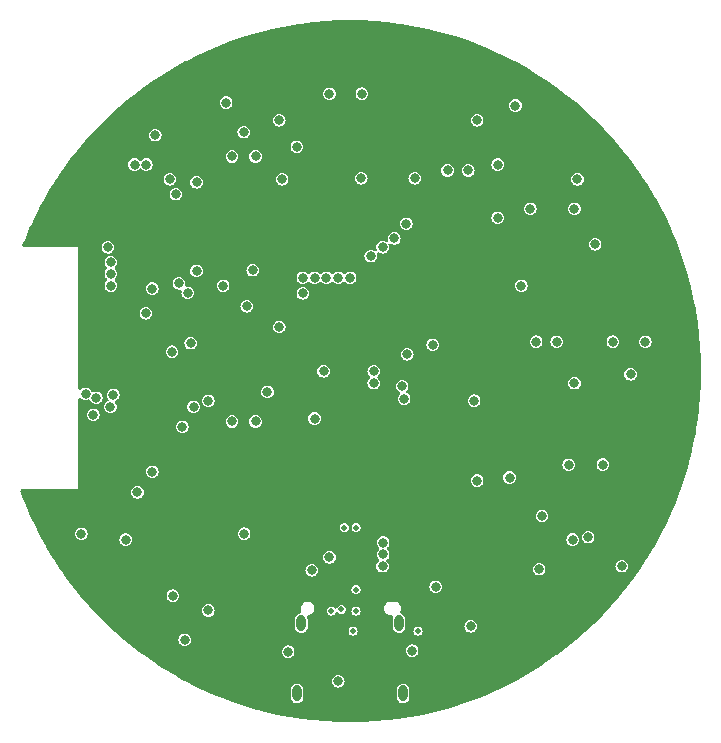
<source format=gbr>
%TF.GenerationSoftware,KiCad,Pcbnew,6.0.7+dfsg-1~bpo11+1*%
%TF.CreationDate,2022-09-09T13:16:42+02:00*%
%TF.ProjectId,pcb,7063622e-6b69-4636-9164-5f7063625858,0.1*%
%TF.SameCoordinates,Original*%
%TF.FileFunction,Copper,L2,Inr*%
%TF.FilePolarity,Positive*%
%FSLAX46Y46*%
G04 Gerber Fmt 4.6, Leading zero omitted, Abs format (unit mm)*
G04 Created by KiCad (PCBNEW 6.0.7+dfsg-1~bpo11+1) date 2022-09-09 13:16:42*
%MOMM*%
%LPD*%
G01*
G04 APERTURE LIST*
%TA.AperFunction,ComponentPad*%
%ADD10O,0.800000X1.400000*%
%TD*%
%TA.AperFunction,ViaPad*%
%ADD11C,0.800000*%
%TD*%
%TA.AperFunction,ViaPad*%
%ADD12C,0.500000*%
%TD*%
G04 APERTURE END LIST*
D10*
%TO.N,/Power/Shield*%
%TO.C,X1*%
X145510000Y-127280000D03*
X154130000Y-121330000D03*
X154490000Y-127280000D03*
X145870000Y-121330000D03*
%TD*%
D11*
%TO.N,BAT-*%
X171400000Y-107900000D03*
X168508636Y-107916500D03*
D12*
%TO.N,BAT_PROT-*%
X143050000Y-88550000D03*
D11*
X137679648Y-89595395D03*
X145100000Y-88950000D03*
X133631500Y-95000000D03*
D12*
X128600000Y-99750000D03*
D11*
X127500000Y-109000000D03*
X159800000Y-108900000D03*
X150654500Y-102500000D03*
X159300000Y-100100000D03*
X171100000Y-114800000D03*
X134226600Y-104694135D03*
X140425500Y-121600000D03*
X144000000Y-121750000D03*
X134400000Y-86350000D03*
X152500000Y-121900000D03*
X163750000Y-113083500D03*
D12*
X139450000Y-88550000D03*
D11*
X138400000Y-83800000D03*
D12*
X128581487Y-96849500D03*
D11*
X158300000Y-101000000D03*
X154550000Y-100250000D03*
X133406500Y-87300000D03*
X127950000Y-105006500D03*
X140000000Y-80500000D03*
X155435168Y-97843971D03*
X130000000Y-85250000D03*
D12*
X139433033Y-84850659D03*
D11*
X163864909Y-117456110D03*
D12*
X131501485Y-96849500D03*
D11*
X164289105Y-120590820D03*
X129500000Y-119000000D03*
X158750000Y-116850000D03*
X157000000Y-110000000D03*
X147000000Y-121900000D03*
X130298000Y-108952000D03*
D12*
X152500000Y-120400000D03*
D11*
X148100000Y-112200000D03*
X157750000Y-111000000D03*
X173600000Y-114500000D03*
X164700000Y-125000000D03*
X152095500Y-102525000D03*
X140656500Y-100500000D03*
X144750000Y-93500000D03*
X140000000Y-74750000D03*
X160000000Y-74750000D03*
D12*
X143050000Y-84950000D03*
D11*
X147250000Y-118600000D03*
X162907440Y-117397922D03*
X160214000Y-125714000D03*
X152750000Y-118600000D03*
X152000000Y-77250000D03*
X164200000Y-119000000D03*
X144000000Y-104250000D03*
D12*
X147300000Y-120300000D03*
D11*
X169000000Y-112650000D03*
D12*
X131500000Y-99750000D03*
D11*
X155000000Y-91500000D03*
X140656500Y-99500000D03*
X157945647Y-100154500D03*
X155750000Y-118050000D03*
X158100000Y-109500000D03*
X163650000Y-114000000D03*
X125500000Y-89000000D03*
%TO.N,3.3V*%
X173750000Y-100250000D03*
X144000000Y-96250000D03*
X129500000Y-89500000D03*
X170750000Y-89250000D03*
X150950000Y-83654500D03*
X157250000Y-118250000D03*
X132706919Y-95095500D03*
X136250000Y-93350000D03*
X136000000Y-122750000D03*
X139500000Y-77250000D03*
X137000000Y-84000000D03*
X133250000Y-108500000D03*
X135800000Y-104700000D03*
X144000000Y-78750000D03*
X151000000Y-76500000D03*
X160206404Y-121587192D03*
X154404500Y-101250000D03*
X164500000Y-92750000D03*
X135250000Y-85000000D03*
X168843500Y-114250000D03*
X133250000Y-93000000D03*
X160000000Y-83000000D03*
X146750000Y-116843500D03*
X127250000Y-113750000D03*
X169000000Y-101000000D03*
X149000000Y-126250000D03*
X154847613Y-98564218D03*
X127600000Y-101900000D03*
X128260193Y-103685796D03*
X147750000Y-100000000D03*
X144250000Y-83750000D03*
X152000000Y-101000000D03*
X141250000Y-94500000D03*
X131000000Y-114250000D03*
X135000000Y-119000000D03*
X164000000Y-77500000D03*
X154575000Y-102325000D03*
X163500000Y-109000000D03*
X141029503Y-113750000D03*
%TO.N,CHRG_OUT*%
X160500000Y-102500000D03*
X157000000Y-97750000D03*
X166250000Y-112250000D03*
D12*
%TO.N,/Power/CC2*%
X155750000Y-122000000D03*
X150250000Y-121993500D03*
D11*
%TO.N,/Power/CHRG_STAT*%
X152750000Y-116500000D03*
X148250000Y-115750000D03*
%TO.N,/Power/~{CHRG_PG}*%
X155250000Y-123654500D03*
X144750000Y-123750000D03*
%TO.N,REGN*%
X160750000Y-109250000D03*
X166000000Y-116750000D03*
%TO.N,NRST*%
X129750000Y-90750000D03*
X145500000Y-81000000D03*
X131750000Y-82500000D03*
%TO.N,BTN0*%
X129750000Y-91750000D03*
X132750000Y-82500000D03*
%TO.N,BTN1*%
X162500000Y-87000000D03*
X162500000Y-82500000D03*
X129750000Y-92750000D03*
X139250000Y-92750000D03*
%TO.N,BAT_SENS*%
X136750000Y-103000000D03*
X129710210Y-103000000D03*
%TO.N,PHOTO*%
X138000000Y-102500000D03*
X152000000Y-100000000D03*
X129952500Y-102000000D03*
%TO.N,Net-(V2-Pad3)*%
X170156500Y-114038350D03*
X173000000Y-116500000D03*
D12*
%TO.N,USB_D-*%
X149500000Y-113250000D03*
D11*
X152790810Y-115501600D03*
D12*
%TO.N,USB_D+*%
X149256500Y-120149502D03*
D11*
X152790810Y-114498400D03*
D12*
X150500000Y-118500000D03*
X150500000Y-113250000D03*
D11*
%TO.N,RXD*%
X136500000Y-97616500D03*
X142000000Y-104250000D03*
%TO.N,TXD*%
X140000000Y-104250000D03*
X134921284Y-98349716D03*
%TO.N,DBG_LED*%
X132000000Y-110250000D03*
X128504500Y-102250000D03*
%TO.N,Ring0_0*%
X148250000Y-76500000D03*
%TO.N,Ring0_1*%
X141000000Y-79750000D03*
%TO.N,Ring0_2*%
X137000000Y-91500000D03*
X134750000Y-83750000D03*
X133500000Y-80000000D03*
%TO.N,Ring0_3*%
X141750000Y-91439000D03*
%TO.N,Ring0_4*%
X148000000Y-92093500D03*
%TO.N,Ring0_5*%
X150000000Y-92093500D03*
X138000000Y-120250000D03*
X146995500Y-104000000D03*
%TO.N,Ring0_6*%
X152750000Y-89500000D03*
%TO.N,Ring0_7*%
X154750000Y-87500000D03*
%TO.N,Ring0_8*%
X165250000Y-86250000D03*
X172250000Y-97500000D03*
X169000000Y-86250000D03*
%TO.N,Ring0_9*%
X175000000Y-97500000D03*
%TO.N,Ring0_10*%
X169250000Y-83750000D03*
%TO.N,Ring0_11*%
X160750000Y-78750000D03*
%TO.N,Ring1_0*%
X142000000Y-81813500D03*
%TO.N,Ring1_1*%
X140000000Y-81813500D03*
%TO.N,Ring1_2*%
X135500000Y-92550000D03*
%TO.N,Ring1_3*%
X143000000Y-101750000D03*
X146000000Y-93406500D03*
X146000000Y-92093500D03*
%TO.N,Ring1_4*%
X147000000Y-92093500D03*
%TO.N,Ring1_5*%
X149000000Y-92093500D03*
%TO.N,Ring1_6*%
X151750000Y-90250000D03*
%TO.N,Ring1_7*%
X153750000Y-88750000D03*
%TO.N,Ring1_8*%
X165750000Y-97500000D03*
%TO.N,Ring1_9*%
X167500000Y-97500000D03*
%TO.N,Ring1_10*%
X155472011Y-83655931D03*
%TO.N,Ring1_11*%
X158250000Y-83000000D03*
D12*
%TO.N,VBUS_CONN*%
X148400000Y-120299502D03*
X150500000Y-120299502D03*
%TD*%
%TA.AperFunction,Conductor*%
%TO.N,BAT_PROT-*%
G36*
X150786990Y-70289237D02*
G01*
X151035186Y-70293569D01*
X151039581Y-70293723D01*
X152071255Y-70347791D01*
X152075643Y-70348097D01*
X153104873Y-70438143D01*
X153109247Y-70438603D01*
X154134667Y-70564509D01*
X154139022Y-70565121D01*
X154406860Y-70607542D01*
X155159465Y-70726743D01*
X155163750Y-70727499D01*
X156177912Y-70924632D01*
X156182192Y-70925542D01*
X156971857Y-71107850D01*
X157188867Y-71157951D01*
X157193134Y-71159015D01*
X158191084Y-71426414D01*
X158195303Y-71427625D01*
X159183269Y-71729677D01*
X159187452Y-71731036D01*
X160164301Y-72067392D01*
X160168433Y-72068896D01*
X161132925Y-72439130D01*
X161137003Y-72440777D01*
X161559920Y-72620294D01*
X162088034Y-72844465D01*
X162092025Y-72846242D01*
X163028400Y-73282881D01*
X163032292Y-73284779D01*
X163849612Y-73701225D01*
X163952856Y-73753830D01*
X163956739Y-73755895D01*
X164860341Y-74256770D01*
X164864115Y-74258949D01*
X165749721Y-74791074D01*
X165753418Y-74793385D01*
X166186657Y-75074733D01*
X166619879Y-75356072D01*
X166623524Y-75358531D01*
X167469820Y-75951112D01*
X167473370Y-75953691D01*
X168209213Y-76508188D01*
X168298489Y-76575462D01*
X168301954Y-76578170D01*
X169104832Y-77228329D01*
X169108201Y-77231156D01*
X169887890Y-77908929D01*
X169891159Y-77911871D01*
X170646787Y-78616505D01*
X170649950Y-78619561D01*
X171380439Y-79350050D01*
X171383494Y-79353212D01*
X171497910Y-79475908D01*
X172088129Y-80108841D01*
X172091071Y-80112110D01*
X172768844Y-80891799D01*
X172771671Y-80895168D01*
X173137517Y-81346949D01*
X173397000Y-81667383D01*
X173421830Y-81698046D01*
X173424536Y-81701509D01*
X174026243Y-82500000D01*
X174046303Y-82526621D01*
X174048888Y-82530180D01*
X174641469Y-83376476D01*
X174643928Y-83380121D01*
X174744559Y-83535078D01*
X175187114Y-84216551D01*
X175206605Y-84246565D01*
X175208926Y-84250279D01*
X175664324Y-85008188D01*
X175741041Y-85135867D01*
X175743230Y-85139659D01*
X175952906Y-85517924D01*
X176244105Y-86043261D01*
X176246170Y-86047144D01*
X176715221Y-86967708D01*
X176717119Y-86971600D01*
X177153752Y-87907962D01*
X177155535Y-87911966D01*
X177291413Y-88232076D01*
X177559223Y-88862997D01*
X177560870Y-88867075D01*
X177931104Y-89831567D01*
X177932608Y-89835699D01*
X178268964Y-90812548D01*
X178270323Y-90816731D01*
X178363544Y-91121643D01*
X178544996Y-91715143D01*
X178572375Y-91804697D01*
X178573586Y-91808916D01*
X178715929Y-92340150D01*
X178840985Y-92806866D01*
X178842049Y-92811133D01*
X178859474Y-92886609D01*
X179068012Y-93789883D01*
X179074456Y-93817797D01*
X179075368Y-93822088D01*
X179250623Y-94723693D01*
X179272497Y-94836227D01*
X179273257Y-94840535D01*
X179357051Y-95369592D01*
X179434879Y-95860978D01*
X179435491Y-95865333D01*
X179561397Y-96890753D01*
X179561857Y-96895127D01*
X179651903Y-97924357D01*
X179652209Y-97928745D01*
X179706277Y-98960419D01*
X179706431Y-98964814D01*
X179724080Y-99975908D01*
X179724462Y-99997801D01*
X179724462Y-100002177D01*
X179711722Y-100732076D01*
X179706431Y-101035186D01*
X179706277Y-101039581D01*
X179652209Y-102071255D01*
X179651903Y-102075643D01*
X179561857Y-103104873D01*
X179561397Y-103109247D01*
X179435491Y-104134667D01*
X179434879Y-104139022D01*
X179414524Y-104267539D01*
X179285308Y-105083383D01*
X179273261Y-105159442D01*
X179272501Y-105163750D01*
X179254153Y-105258142D01*
X179075370Y-106177901D01*
X179074456Y-106182203D01*
X178842049Y-107188867D01*
X178840985Y-107193134D01*
X178790358Y-107382076D01*
X178578139Y-108174092D01*
X178573588Y-108191075D01*
X178572377Y-108195295D01*
X178504642Y-108416846D01*
X178270323Y-109183269D01*
X178268964Y-109187452D01*
X177932608Y-110164301D01*
X177931104Y-110168433D01*
X177560870Y-111132925D01*
X177559223Y-111137003D01*
X177203130Y-111975908D01*
X177155541Y-112088020D01*
X177153758Y-112092025D01*
X176717119Y-113028400D01*
X176715221Y-113032292D01*
X176342266Y-113764258D01*
X176246170Y-113952856D01*
X176244105Y-113956739D01*
X176230947Y-113980476D01*
X175784950Y-114785078D01*
X175743240Y-114860324D01*
X175741051Y-114864115D01*
X175208936Y-115749705D01*
X175206615Y-115753418D01*
X174997587Y-116075293D01*
X174643928Y-116619879D01*
X174641469Y-116623524D01*
X174048888Y-117469820D01*
X174046309Y-117473370D01*
X173443323Y-118273560D01*
X173424538Y-118298489D01*
X173421832Y-118301952D01*
X173357858Y-118380953D01*
X172771671Y-119104832D01*
X172768844Y-119108201D01*
X172091071Y-119887890D01*
X172088129Y-119891159D01*
X171383495Y-120646787D01*
X171380439Y-120649950D01*
X170649950Y-121380439D01*
X170646788Y-121383494D01*
X170324715Y-121683832D01*
X169891159Y-122088129D01*
X169887890Y-122091071D01*
X169108201Y-122768844D01*
X169104832Y-122771671D01*
X168345014Y-123386961D01*
X168301954Y-123421830D01*
X168298491Y-123424536D01*
X167484553Y-124037883D01*
X167473379Y-124046303D01*
X167469820Y-124048888D01*
X166623524Y-124641469D01*
X166619879Y-124643928D01*
X166186657Y-124925267D01*
X165753418Y-125206615D01*
X165749721Y-125208926D01*
X164864115Y-125741051D01*
X164860341Y-125743230D01*
X164209706Y-126103883D01*
X163956739Y-126244105D01*
X163952856Y-126246170D01*
X163849612Y-126298775D01*
X163032292Y-126715221D01*
X163028400Y-126717119D01*
X162092025Y-127153758D01*
X162088034Y-127155535D01*
X161559920Y-127379706D01*
X161137003Y-127559223D01*
X161132925Y-127560870D01*
X160168433Y-127931104D01*
X160164301Y-127932608D01*
X159187452Y-128268964D01*
X159183269Y-128270323D01*
X158195303Y-128572375D01*
X158191084Y-128573586D01*
X157499826Y-128758807D01*
X157193134Y-128840985D01*
X157188867Y-128842049D01*
X156182192Y-129074458D01*
X156177912Y-129075368D01*
X155163750Y-129272501D01*
X155159465Y-129273257D01*
X154479347Y-129380977D01*
X154139022Y-129434879D01*
X154134667Y-129435491D01*
X153109247Y-129561397D01*
X153104873Y-129561857D01*
X152075643Y-129651903D01*
X152071255Y-129652209D01*
X151039581Y-129706277D01*
X151035186Y-129706431D01*
X150786990Y-129710763D01*
X150002177Y-129724462D01*
X149997823Y-129724462D01*
X149213010Y-129710763D01*
X148964814Y-129706431D01*
X148960419Y-129706277D01*
X147928745Y-129652209D01*
X147924357Y-129651903D01*
X146895127Y-129561857D01*
X146890753Y-129561397D01*
X145865333Y-129435491D01*
X145860978Y-129434879D01*
X145520653Y-129380977D01*
X144840535Y-129273257D01*
X144836250Y-129272501D01*
X143822088Y-129075368D01*
X143817808Y-129074458D01*
X142811133Y-128842049D01*
X142806866Y-128840985D01*
X142500174Y-128758807D01*
X141808916Y-128573586D01*
X141804697Y-128572375D01*
X140816731Y-128270323D01*
X140812548Y-128268964D01*
X139835699Y-127932608D01*
X139831567Y-127931104D01*
X139011769Y-127616413D01*
X144979500Y-127616413D01*
X144980082Y-127620658D01*
X144980082Y-127620665D01*
X144986096Y-127664566D01*
X144994238Y-127724003D01*
X144997650Y-127731887D01*
X144997650Y-127731888D01*
X145048552Y-127849516D01*
X145048554Y-127849519D01*
X145051963Y-127857397D01*
X145143433Y-127970354D01*
X145261911Y-128054551D01*
X145398666Y-128103786D01*
X145407226Y-128104415D01*
X145407228Y-128104415D01*
X145482201Y-128109920D01*
X145543624Y-128114431D01*
X145686104Y-128085702D01*
X145815610Y-128019716D01*
X145876551Y-127963678D01*
X145916274Y-127927151D01*
X145922601Y-127921333D01*
X145999193Y-127797803D01*
X146039743Y-127658226D01*
X146040500Y-127647918D01*
X146040500Y-127616413D01*
X153959500Y-127616413D01*
X153960082Y-127620658D01*
X153960082Y-127620665D01*
X153966096Y-127664566D01*
X153974238Y-127724003D01*
X153977650Y-127731887D01*
X153977650Y-127731888D01*
X154028552Y-127849516D01*
X154028554Y-127849519D01*
X154031963Y-127857397D01*
X154123433Y-127970354D01*
X154241911Y-128054551D01*
X154378666Y-128103786D01*
X154387226Y-128104415D01*
X154387228Y-128104415D01*
X154462201Y-128109920D01*
X154523624Y-128114431D01*
X154666104Y-128085702D01*
X154795610Y-128019716D01*
X154856551Y-127963678D01*
X154896274Y-127927151D01*
X154902601Y-127921333D01*
X154979193Y-127797803D01*
X155019743Y-127658226D01*
X155020500Y-127647918D01*
X155020500Y-126943587D01*
X155016185Y-126912082D01*
X155006928Y-126844511D01*
X155005762Y-126835997D01*
X155002350Y-126828112D01*
X154951448Y-126710484D01*
X154951446Y-126710481D01*
X154948037Y-126702603D01*
X154856567Y-126589646D01*
X154755102Y-126517539D01*
X154745091Y-126510425D01*
X154738089Y-126505449D01*
X154601334Y-126456214D01*
X154592774Y-126455585D01*
X154592772Y-126455585D01*
X154517799Y-126450080D01*
X154456376Y-126445569D01*
X154313896Y-126474298D01*
X154184390Y-126540284D01*
X154077399Y-126638667D01*
X154000807Y-126762197D01*
X153998411Y-126770446D01*
X153998410Y-126770447D01*
X153981657Y-126828112D01*
X153960257Y-126901774D01*
X153959500Y-126912082D01*
X153959500Y-127616413D01*
X146040500Y-127616413D01*
X146040500Y-126943587D01*
X146036185Y-126912082D01*
X146026928Y-126844511D01*
X146025762Y-126835997D01*
X146022350Y-126828112D01*
X145971448Y-126710484D01*
X145971446Y-126710481D01*
X145968037Y-126702603D01*
X145876567Y-126589646D01*
X145775102Y-126517539D01*
X145765091Y-126510425D01*
X145758089Y-126505449D01*
X145621334Y-126456214D01*
X145612774Y-126455585D01*
X145612772Y-126455585D01*
X145537799Y-126450080D01*
X145476376Y-126445569D01*
X145333896Y-126474298D01*
X145204390Y-126540284D01*
X145097399Y-126638667D01*
X145020807Y-126762197D01*
X145018411Y-126770446D01*
X145018410Y-126770447D01*
X145001657Y-126828112D01*
X144980257Y-126901774D01*
X144979500Y-126912082D01*
X144979500Y-127616413D01*
X139011769Y-127616413D01*
X138867075Y-127560870D01*
X138862997Y-127559223D01*
X138440080Y-127379706D01*
X137911966Y-127155535D01*
X137907975Y-127153758D01*
X136971600Y-126717119D01*
X136967708Y-126715221D01*
X136150388Y-126298775D01*
X136054661Y-126250000D01*
X148464922Y-126250000D01*
X148483154Y-126388488D01*
X148536609Y-126517539D01*
X148621643Y-126628357D01*
X148732461Y-126713391D01*
X148861512Y-126766846D01*
X149000000Y-126785078D01*
X149008188Y-126784000D01*
X149130300Y-126767924D01*
X149138488Y-126766846D01*
X149267539Y-126713391D01*
X149378357Y-126628357D01*
X149463391Y-126517539D01*
X149516846Y-126388488D01*
X149535078Y-126250000D01*
X149516846Y-126111512D01*
X149463391Y-125982461D01*
X149378357Y-125871643D01*
X149267539Y-125786609D01*
X149138488Y-125733154D01*
X149000000Y-125714922D01*
X148861512Y-125733154D01*
X148732461Y-125786609D01*
X148621643Y-125871643D01*
X148536609Y-125982461D01*
X148483154Y-126111512D01*
X148464922Y-126250000D01*
X136054661Y-126250000D01*
X136047144Y-126246170D01*
X136043261Y-126244105D01*
X135790294Y-126103883D01*
X135139659Y-125743230D01*
X135135885Y-125741051D01*
X134250279Y-125208926D01*
X134246582Y-125206615D01*
X133813343Y-124925267D01*
X133380121Y-124643928D01*
X133376476Y-124641469D01*
X132530180Y-124048888D01*
X132526621Y-124046303D01*
X132515448Y-124037883D01*
X132133414Y-123750000D01*
X144214922Y-123750000D01*
X144233154Y-123888488D01*
X144286609Y-124017539D01*
X144371643Y-124128357D01*
X144482461Y-124213391D01*
X144611512Y-124266846D01*
X144750000Y-124285078D01*
X144758188Y-124284000D01*
X144880300Y-124267924D01*
X144888488Y-124266846D01*
X145017539Y-124213391D01*
X145128357Y-124128357D01*
X145213391Y-124017539D01*
X145266846Y-123888488D01*
X145285078Y-123750000D01*
X145272505Y-123654500D01*
X154714922Y-123654500D01*
X154733154Y-123792988D01*
X154786609Y-123922039D01*
X154871643Y-124032857D01*
X154982461Y-124117891D01*
X155111512Y-124171346D01*
X155250000Y-124189578D01*
X155258188Y-124188500D01*
X155380300Y-124172424D01*
X155388488Y-124171346D01*
X155517539Y-124117891D01*
X155628357Y-124032857D01*
X155713391Y-123922039D01*
X155766846Y-123792988D01*
X155785078Y-123654500D01*
X155766846Y-123516012D01*
X155713391Y-123386961D01*
X155628357Y-123276143D01*
X155517539Y-123191109D01*
X155388488Y-123137654D01*
X155250000Y-123119422D01*
X155111512Y-123137654D01*
X154982461Y-123191109D01*
X154871643Y-123276143D01*
X154786609Y-123386961D01*
X154733154Y-123516012D01*
X154714922Y-123654500D01*
X145272505Y-123654500D01*
X145266846Y-123611512D01*
X145213391Y-123482461D01*
X145128357Y-123371643D01*
X145017539Y-123286609D01*
X144888488Y-123233154D01*
X144750000Y-123214922D01*
X144611512Y-123233154D01*
X144482461Y-123286609D01*
X144371643Y-123371643D01*
X144286609Y-123482461D01*
X144233154Y-123611512D01*
X144214922Y-123750000D01*
X132133414Y-123750000D01*
X131701509Y-123424536D01*
X131698046Y-123421830D01*
X131654987Y-123386961D01*
X130895168Y-122771671D01*
X130891799Y-122768844D01*
X130870121Y-122750000D01*
X135464922Y-122750000D01*
X135483154Y-122888488D01*
X135536609Y-123017539D01*
X135621643Y-123128357D01*
X135732461Y-123213391D01*
X135861512Y-123266846D01*
X136000000Y-123285078D01*
X136008188Y-123284000D01*
X136012374Y-123283449D01*
X136138488Y-123266846D01*
X136267539Y-123213391D01*
X136378357Y-123128357D01*
X136463391Y-123017539D01*
X136516846Y-122888488D01*
X136535078Y-122750000D01*
X136516846Y-122611512D01*
X136463391Y-122482461D01*
X136378357Y-122371643D01*
X136267539Y-122286609D01*
X136138488Y-122233154D01*
X136000000Y-122214922D01*
X135861512Y-122233154D01*
X135732461Y-122286609D01*
X135621643Y-122371643D01*
X135536609Y-122482461D01*
X135483154Y-122611512D01*
X135464922Y-122750000D01*
X130870121Y-122750000D01*
X130112110Y-122091071D01*
X130108841Y-122088129D01*
X129675285Y-121683832D01*
X129656605Y-121666413D01*
X145339500Y-121666413D01*
X145340082Y-121670658D01*
X145340082Y-121670665D01*
X145344326Y-121701645D01*
X145354238Y-121774003D01*
X145357650Y-121781887D01*
X145357650Y-121781888D01*
X145408552Y-121899516D01*
X145408554Y-121899519D01*
X145411963Y-121907397D01*
X145503433Y-122020354D01*
X145621911Y-122104551D01*
X145758666Y-122153786D01*
X145767226Y-122154415D01*
X145767228Y-122154415D01*
X145842201Y-122159920D01*
X145903624Y-122164431D01*
X146046104Y-122135702D01*
X146175610Y-122069716D01*
X146258495Y-121993500D01*
X149864757Y-121993500D01*
X149866308Y-122003293D01*
X149880211Y-122091071D01*
X149883612Y-122112547D01*
X149938332Y-122219940D01*
X150023560Y-122305168D01*
X150130953Y-122359888D01*
X150140742Y-122361438D01*
X150140744Y-122361439D01*
X150240207Y-122377192D01*
X150250000Y-122378743D01*
X150259793Y-122377192D01*
X150359256Y-122361439D01*
X150359258Y-122361438D01*
X150369047Y-122359888D01*
X150476440Y-122305168D01*
X150561668Y-122219940D01*
X150616388Y-122112547D01*
X150619790Y-122091071D01*
X150633692Y-122003293D01*
X150635243Y-121993500D01*
X150616388Y-121874453D01*
X150561668Y-121767060D01*
X150476440Y-121681832D01*
X150369047Y-121627112D01*
X150359258Y-121625562D01*
X150359256Y-121625561D01*
X150259793Y-121609808D01*
X150250000Y-121608257D01*
X150240207Y-121609808D01*
X150140744Y-121625561D01*
X150140742Y-121625562D01*
X150130953Y-121627112D01*
X150023560Y-121681832D01*
X149938332Y-121767060D01*
X149883612Y-121874453D01*
X149864757Y-121993500D01*
X146258495Y-121993500D01*
X146282601Y-121971333D01*
X146290249Y-121958999D01*
X146354666Y-121855104D01*
X146359193Y-121847803D01*
X146399743Y-121708226D01*
X146400500Y-121697918D01*
X146400500Y-120993587D01*
X146396185Y-120962082D01*
X146386928Y-120894511D01*
X146385762Y-120885997D01*
X146362131Y-120831389D01*
X146353434Y-120760929D01*
X146384211Y-120696950D01*
X146444693Y-120659768D01*
X146461322Y-120656427D01*
X146543092Y-120645662D01*
X146551280Y-120644584D01*
X146692250Y-120586192D01*
X146813304Y-120493304D01*
X146906192Y-120372250D01*
X146936325Y-120299502D01*
X148014757Y-120299502D01*
X148016308Y-120309295D01*
X148031387Y-120404498D01*
X148033612Y-120418549D01*
X148088332Y-120525942D01*
X148173560Y-120611170D01*
X148280953Y-120665890D01*
X148290742Y-120667440D01*
X148290744Y-120667441D01*
X148390207Y-120683194D01*
X148400000Y-120684745D01*
X148409793Y-120683194D01*
X148509256Y-120667441D01*
X148509258Y-120667440D01*
X148519047Y-120665890D01*
X148626440Y-120611170D01*
X148711668Y-120525942D01*
X148719838Y-120509909D01*
X148762269Y-120426633D01*
X148811018Y-120375018D01*
X148879933Y-120357952D01*
X148947134Y-120380853D01*
X148963631Y-120394741D01*
X149030060Y-120461170D01*
X149137453Y-120515890D01*
X149147242Y-120517440D01*
X149147244Y-120517441D01*
X149246707Y-120533194D01*
X149256500Y-120534745D01*
X149266293Y-120533194D01*
X149365756Y-120517441D01*
X149365758Y-120517440D01*
X149375547Y-120515890D01*
X149482940Y-120461170D01*
X149568168Y-120375942D01*
X149607117Y-120299502D01*
X150114757Y-120299502D01*
X150116308Y-120309295D01*
X150131387Y-120404498D01*
X150133612Y-120418549D01*
X150188332Y-120525942D01*
X150273560Y-120611170D01*
X150380953Y-120665890D01*
X150390742Y-120667440D01*
X150390744Y-120667441D01*
X150490207Y-120683194D01*
X150500000Y-120684745D01*
X150509793Y-120683194D01*
X150609256Y-120667441D01*
X150609258Y-120667440D01*
X150619047Y-120665890D01*
X150726440Y-120611170D01*
X150811668Y-120525942D01*
X150866388Y-120418549D01*
X150868614Y-120404498D01*
X150883692Y-120309295D01*
X150885243Y-120299502D01*
X150866388Y-120180455D01*
X150815203Y-120080000D01*
X152865500Y-120080000D01*
X152885416Y-120231280D01*
X152888575Y-120238906D01*
X152888576Y-120238909D01*
X152893170Y-120250000D01*
X152943808Y-120372250D01*
X153036696Y-120493304D01*
X153157750Y-120586192D01*
X153298720Y-120644584D01*
X153306908Y-120645662D01*
X153388678Y-120656427D01*
X153412020Y-120659500D01*
X153517354Y-120659500D01*
X153585475Y-120679502D01*
X153631968Y-120733158D01*
X153642072Y-120803432D01*
X153638352Y-120820647D01*
X153600257Y-120951774D01*
X153599500Y-120962082D01*
X153599500Y-121666413D01*
X153600082Y-121670658D01*
X153600082Y-121670665D01*
X153604326Y-121701645D01*
X153614238Y-121774003D01*
X153617650Y-121781887D01*
X153617650Y-121781888D01*
X153668552Y-121899516D01*
X153668554Y-121899519D01*
X153671963Y-121907397D01*
X153763433Y-122020354D01*
X153881911Y-122104551D01*
X154018666Y-122153786D01*
X154027226Y-122154415D01*
X154027228Y-122154415D01*
X154102201Y-122159920D01*
X154163624Y-122164431D01*
X154306104Y-122135702D01*
X154435610Y-122069716D01*
X154511426Y-122000000D01*
X155364757Y-122000000D01*
X155366308Y-122009793D01*
X155381406Y-122105116D01*
X155383612Y-122119047D01*
X155438332Y-122226440D01*
X155523560Y-122311668D01*
X155630953Y-122366388D01*
X155640742Y-122367938D01*
X155640744Y-122367939D01*
X155740207Y-122383692D01*
X155750000Y-122385243D01*
X155759793Y-122383692D01*
X155859256Y-122367939D01*
X155859258Y-122367938D01*
X155869047Y-122366388D01*
X155976440Y-122311668D01*
X156061668Y-122226440D01*
X156116388Y-122119047D01*
X156118595Y-122105116D01*
X156133692Y-122009793D01*
X156135243Y-122000000D01*
X156133692Y-121990207D01*
X156117939Y-121890744D01*
X156117938Y-121890742D01*
X156116388Y-121880953D01*
X156061668Y-121773560D01*
X155976440Y-121688332D01*
X155869047Y-121633612D01*
X155859258Y-121632062D01*
X155859256Y-121632061D01*
X155759793Y-121616308D01*
X155750000Y-121614757D01*
X155740207Y-121616308D01*
X155640744Y-121632061D01*
X155640742Y-121632062D01*
X155630953Y-121633612D01*
X155523560Y-121688332D01*
X155438332Y-121773560D01*
X155383612Y-121880953D01*
X155382062Y-121890742D01*
X155382061Y-121890744D01*
X155366308Y-121990207D01*
X155364757Y-122000000D01*
X154511426Y-122000000D01*
X154542601Y-121971333D01*
X154550249Y-121958999D01*
X154614666Y-121855104D01*
X154619193Y-121847803D01*
X154659743Y-121708226D01*
X154660500Y-121697918D01*
X154660500Y-121587192D01*
X159671326Y-121587192D01*
X159689558Y-121725680D01*
X159743013Y-121854731D01*
X159828047Y-121965549D01*
X159938865Y-122050583D01*
X160067916Y-122104038D01*
X160206404Y-122122270D01*
X160214592Y-122121192D01*
X160230886Y-122119047D01*
X160344892Y-122104038D01*
X160473943Y-122050583D01*
X160584761Y-121965549D01*
X160669795Y-121854731D01*
X160723250Y-121725680D01*
X160741482Y-121587192D01*
X160723250Y-121448704D01*
X160669795Y-121319653D01*
X160584761Y-121208835D01*
X160473943Y-121123801D01*
X160344892Y-121070346D01*
X160206404Y-121052114D01*
X160067916Y-121070346D01*
X159938865Y-121123801D01*
X159828047Y-121208835D01*
X159743013Y-121319653D01*
X159689558Y-121448704D01*
X159671326Y-121587192D01*
X154660500Y-121587192D01*
X154660500Y-120993587D01*
X154656185Y-120962082D01*
X154646928Y-120894511D01*
X154645762Y-120885997D01*
X154642350Y-120878112D01*
X154591448Y-120760484D01*
X154591446Y-120760481D01*
X154588037Y-120752603D01*
X154496567Y-120639646D01*
X154446632Y-120604159D01*
X154385091Y-120560425D01*
X154378089Y-120555449D01*
X154330248Y-120538225D01*
X154272930Y-120496329D01*
X154247362Y-120430097D01*
X154256521Y-120371456D01*
X154311424Y-120238909D01*
X154311425Y-120238906D01*
X154314584Y-120231280D01*
X154334500Y-120080000D01*
X154314584Y-119928720D01*
X154309237Y-119915810D01*
X154298369Y-119889573D01*
X154256192Y-119787750D01*
X154163304Y-119666696D01*
X154042250Y-119573808D01*
X153901280Y-119515416D01*
X153787980Y-119500500D01*
X153412020Y-119500500D01*
X153298720Y-119515416D01*
X153157750Y-119573808D01*
X153036696Y-119666696D01*
X152943808Y-119787750D01*
X152901631Y-119889573D01*
X152890764Y-119915810D01*
X152885416Y-119928720D01*
X152865500Y-120080000D01*
X150815203Y-120080000D01*
X150811668Y-120073062D01*
X150726440Y-119987834D01*
X150619047Y-119933114D01*
X150609258Y-119931564D01*
X150609256Y-119931563D01*
X150509793Y-119915810D01*
X150500000Y-119914259D01*
X150490207Y-119915810D01*
X150390744Y-119931563D01*
X150390742Y-119931564D01*
X150380953Y-119933114D01*
X150273560Y-119987834D01*
X150188332Y-120073062D01*
X150133612Y-120180455D01*
X150114757Y-120299502D01*
X149607117Y-120299502D01*
X149622888Y-120268549D01*
X149627583Y-120238909D01*
X149640192Y-120159295D01*
X149641743Y-120149502D01*
X149629438Y-120071812D01*
X149624439Y-120040246D01*
X149624438Y-120040244D01*
X149622888Y-120030455D01*
X149568168Y-119923062D01*
X149482940Y-119837834D01*
X149375547Y-119783114D01*
X149365758Y-119781564D01*
X149365756Y-119781563D01*
X149266293Y-119765810D01*
X149256500Y-119764259D01*
X149246707Y-119765810D01*
X149147244Y-119781563D01*
X149147242Y-119781564D01*
X149137453Y-119783114D01*
X149030060Y-119837834D01*
X148944832Y-119923062D01*
X148940332Y-119931894D01*
X148940331Y-119931895D01*
X148894231Y-120022371D01*
X148845482Y-120073986D01*
X148776567Y-120091052D01*
X148709366Y-120068151D01*
X148692869Y-120054263D01*
X148626440Y-119987834D01*
X148519047Y-119933114D01*
X148509258Y-119931564D01*
X148509256Y-119931563D01*
X148409793Y-119915810D01*
X148400000Y-119914259D01*
X148390207Y-119915810D01*
X148290744Y-119931563D01*
X148290742Y-119931564D01*
X148280953Y-119933114D01*
X148173560Y-119987834D01*
X148088332Y-120073062D01*
X148033612Y-120180455D01*
X148014757Y-120299502D01*
X146936325Y-120299502D01*
X146956830Y-120250000D01*
X146961424Y-120238909D01*
X146961425Y-120238906D01*
X146964584Y-120231280D01*
X146984500Y-120080000D01*
X146964584Y-119928720D01*
X146959237Y-119915810D01*
X146948369Y-119889573D01*
X146906192Y-119787750D01*
X146813304Y-119666696D01*
X146692250Y-119573808D01*
X146551280Y-119515416D01*
X146437980Y-119500500D01*
X146362020Y-119500500D01*
X146248720Y-119515416D01*
X146107750Y-119573808D01*
X145986696Y-119666696D01*
X145893808Y-119787750D01*
X145851631Y-119889573D01*
X145840764Y-119915810D01*
X145835416Y-119928720D01*
X145815500Y-120080000D01*
X145835416Y-120231280D01*
X145877927Y-120333911D01*
X145885516Y-120404498D01*
X145853737Y-120467985D01*
X145786423Y-120505641D01*
X145749318Y-120513123D01*
X145693896Y-120524298D01*
X145564390Y-120590284D01*
X145558064Y-120596101D01*
X145488827Y-120659768D01*
X145457399Y-120688667D01*
X145452871Y-120695969D01*
X145452870Y-120695971D01*
X145442069Y-120713391D01*
X145380807Y-120812197D01*
X145378411Y-120820446D01*
X145378410Y-120820447D01*
X145375231Y-120831390D01*
X145340257Y-120951774D01*
X145339500Y-120962082D01*
X145339500Y-121666413D01*
X129656605Y-121666413D01*
X129353212Y-121383494D01*
X129350050Y-121380439D01*
X128619561Y-120649950D01*
X128616505Y-120646787D01*
X128246495Y-120250000D01*
X137464922Y-120250000D01*
X137483154Y-120388488D01*
X137536609Y-120517539D01*
X137621643Y-120628357D01*
X137732461Y-120713391D01*
X137861512Y-120766846D01*
X138000000Y-120785078D01*
X138008188Y-120784000D01*
X138130300Y-120767924D01*
X138138488Y-120766846D01*
X138267539Y-120713391D01*
X138378357Y-120628357D01*
X138463391Y-120517539D01*
X138516846Y-120388488D01*
X138535078Y-120250000D01*
X138516846Y-120111512D01*
X138463391Y-119982461D01*
X138378357Y-119871643D01*
X138267539Y-119786609D01*
X138138488Y-119733154D01*
X138000000Y-119714922D01*
X137861512Y-119733154D01*
X137732461Y-119786609D01*
X137621643Y-119871643D01*
X137536609Y-119982461D01*
X137483154Y-120111512D01*
X137464922Y-120250000D01*
X128246495Y-120250000D01*
X127911871Y-119891159D01*
X127908929Y-119887890D01*
X127231156Y-119108201D01*
X127228329Y-119104832D01*
X127143438Y-119000000D01*
X134464922Y-119000000D01*
X134483154Y-119138488D01*
X134536609Y-119267539D01*
X134621643Y-119378357D01*
X134732461Y-119463391D01*
X134861512Y-119516846D01*
X135000000Y-119535078D01*
X135008188Y-119534000D01*
X135130300Y-119517924D01*
X135138488Y-119516846D01*
X135267539Y-119463391D01*
X135378357Y-119378357D01*
X135463391Y-119267539D01*
X135516846Y-119138488D01*
X135535078Y-119000000D01*
X135516846Y-118861512D01*
X135463391Y-118732461D01*
X135378357Y-118621643D01*
X135267539Y-118536609D01*
X135179158Y-118500000D01*
X150114757Y-118500000D01*
X150133612Y-118619047D01*
X150188332Y-118726440D01*
X150273560Y-118811668D01*
X150380953Y-118866388D01*
X150390742Y-118867938D01*
X150390744Y-118867939D01*
X150490207Y-118883692D01*
X150500000Y-118885243D01*
X150509793Y-118883692D01*
X150609256Y-118867939D01*
X150609258Y-118867938D01*
X150619047Y-118866388D01*
X150726440Y-118811668D01*
X150811668Y-118726440D01*
X150866388Y-118619047D01*
X150885243Y-118500000D01*
X150866388Y-118380953D01*
X150811668Y-118273560D01*
X150788108Y-118250000D01*
X156714922Y-118250000D01*
X156733154Y-118388488D01*
X156786609Y-118517539D01*
X156871643Y-118628357D01*
X156982461Y-118713391D01*
X157111512Y-118766846D01*
X157250000Y-118785078D01*
X157258188Y-118784000D01*
X157380300Y-118767924D01*
X157388488Y-118766846D01*
X157517539Y-118713391D01*
X157628357Y-118628357D01*
X157713391Y-118517539D01*
X157766846Y-118388488D01*
X157785078Y-118250000D01*
X157770348Y-118138113D01*
X157767924Y-118119700D01*
X157766846Y-118111512D01*
X157713391Y-117982461D01*
X157628357Y-117871643D01*
X157517539Y-117786609D01*
X157388488Y-117733154D01*
X157250000Y-117714922D01*
X157111512Y-117733154D01*
X156982461Y-117786609D01*
X156871643Y-117871643D01*
X156786609Y-117982461D01*
X156733154Y-118111512D01*
X156732076Y-118119700D01*
X156729652Y-118138113D01*
X156714922Y-118250000D01*
X150788108Y-118250000D01*
X150726440Y-118188332D01*
X150619047Y-118133612D01*
X150609258Y-118132062D01*
X150609256Y-118132061D01*
X150509793Y-118116308D01*
X150500000Y-118114757D01*
X150490207Y-118116308D01*
X150390744Y-118132061D01*
X150390742Y-118132062D01*
X150380953Y-118133612D01*
X150273560Y-118188332D01*
X150188332Y-118273560D01*
X150133612Y-118380953D01*
X150114757Y-118500000D01*
X135179158Y-118500000D01*
X135138488Y-118483154D01*
X135000000Y-118464922D01*
X134861512Y-118483154D01*
X134732461Y-118536609D01*
X134621643Y-118621643D01*
X134536609Y-118732461D01*
X134483154Y-118861512D01*
X134464922Y-119000000D01*
X127143438Y-119000000D01*
X126642142Y-118380953D01*
X126578168Y-118301952D01*
X126575462Y-118298489D01*
X126556677Y-118273560D01*
X125953691Y-117473370D01*
X125951112Y-117469820D01*
X125512559Y-116843500D01*
X146214922Y-116843500D01*
X146233154Y-116981988D01*
X146286609Y-117111039D01*
X146371643Y-117221857D01*
X146482461Y-117306891D01*
X146611512Y-117360346D01*
X146750000Y-117378578D01*
X146758188Y-117377500D01*
X146880300Y-117361424D01*
X146888488Y-117360346D01*
X147017539Y-117306891D01*
X147128357Y-117221857D01*
X147213391Y-117111039D01*
X147266846Y-116981988D01*
X147285078Y-116843500D01*
X147266846Y-116705012D01*
X147213391Y-116575961D01*
X147155104Y-116500000D01*
X152214922Y-116500000D01*
X152233154Y-116638488D01*
X152286609Y-116767539D01*
X152371643Y-116878357D01*
X152482461Y-116963391D01*
X152611512Y-117016846D01*
X152750000Y-117035078D01*
X152758188Y-117034000D01*
X152880300Y-117017924D01*
X152888488Y-117016846D01*
X153017539Y-116963391D01*
X153128357Y-116878357D01*
X153213391Y-116767539D01*
X153220656Y-116750000D01*
X165464922Y-116750000D01*
X165483154Y-116888488D01*
X165536609Y-117017539D01*
X165621643Y-117128357D01*
X165732461Y-117213391D01*
X165861512Y-117266846D01*
X166000000Y-117285078D01*
X166008188Y-117284000D01*
X166130300Y-117267924D01*
X166138488Y-117266846D01*
X166267539Y-117213391D01*
X166378357Y-117128357D01*
X166463391Y-117017539D01*
X166516846Y-116888488D01*
X166535078Y-116750000D01*
X166516846Y-116611512D01*
X166470656Y-116500000D01*
X172464922Y-116500000D01*
X172483154Y-116638488D01*
X172536609Y-116767539D01*
X172621643Y-116878357D01*
X172732461Y-116963391D01*
X172861512Y-117016846D01*
X173000000Y-117035078D01*
X173008188Y-117034000D01*
X173130300Y-117017924D01*
X173138488Y-117016846D01*
X173267539Y-116963391D01*
X173378357Y-116878357D01*
X173463391Y-116767539D01*
X173516846Y-116638488D01*
X173535078Y-116500000D01*
X173516846Y-116361512D01*
X173463391Y-116232461D01*
X173378357Y-116121643D01*
X173267539Y-116036609D01*
X173138488Y-115983154D01*
X173000000Y-115964922D01*
X172861512Y-115983154D01*
X172732461Y-116036609D01*
X172621643Y-116121643D01*
X172536609Y-116232461D01*
X172483154Y-116361512D01*
X172464922Y-116500000D01*
X166470656Y-116500000D01*
X166463391Y-116482461D01*
X166378357Y-116371643D01*
X166267539Y-116286609D01*
X166138488Y-116233154D01*
X166000000Y-116214922D01*
X165861512Y-116233154D01*
X165732461Y-116286609D01*
X165621643Y-116371643D01*
X165536609Y-116482461D01*
X165483154Y-116611512D01*
X165464922Y-116750000D01*
X153220656Y-116750000D01*
X153266846Y-116638488D01*
X153285078Y-116500000D01*
X153266846Y-116361512D01*
X153213391Y-116232461D01*
X153128357Y-116121643D01*
X153121549Y-116116419D01*
X153121387Y-116116197D01*
X153115966Y-116110776D01*
X153116811Y-116109931D01*
X153079682Y-116059081D01*
X153075460Y-115988210D01*
X153110224Y-115926307D01*
X153121540Y-115916502D01*
X153169167Y-115879957D01*
X153254201Y-115769139D01*
X153307656Y-115640088D01*
X153325888Y-115501600D01*
X153307656Y-115363112D01*
X153254201Y-115234061D01*
X153169167Y-115123243D01*
X153138825Y-115099961D01*
X153096959Y-115042624D01*
X153092738Y-114971753D01*
X153127503Y-114909850D01*
X153138820Y-114900043D01*
X153169167Y-114876757D01*
X153254201Y-114765939D01*
X153307656Y-114636888D01*
X153325888Y-114498400D01*
X153307656Y-114359912D01*
X153262129Y-114250000D01*
X168308422Y-114250000D01*
X168326654Y-114388488D01*
X168380109Y-114517539D01*
X168465143Y-114628357D01*
X168575961Y-114713391D01*
X168705012Y-114766846D01*
X168843500Y-114785078D01*
X168851688Y-114784000D01*
X168973800Y-114767924D01*
X168981988Y-114766846D01*
X169111039Y-114713391D01*
X169221857Y-114628357D01*
X169306891Y-114517539D01*
X169360346Y-114388488D01*
X169378578Y-114250000D01*
X169360346Y-114111512D01*
X169330041Y-114038350D01*
X169621422Y-114038350D01*
X169639654Y-114176838D01*
X169693109Y-114305889D01*
X169778143Y-114416707D01*
X169888961Y-114501741D01*
X170018012Y-114555196D01*
X170156500Y-114573428D01*
X170164688Y-114572350D01*
X170286800Y-114556274D01*
X170294988Y-114555196D01*
X170424039Y-114501741D01*
X170534857Y-114416707D01*
X170619891Y-114305889D01*
X170673346Y-114176838D01*
X170691578Y-114038350D01*
X170673346Y-113899862D01*
X170619891Y-113770811D01*
X170534857Y-113659993D01*
X170424039Y-113574959D01*
X170294988Y-113521504D01*
X170156500Y-113503272D01*
X170018012Y-113521504D01*
X169888961Y-113574959D01*
X169778143Y-113659993D01*
X169693109Y-113770811D01*
X169639654Y-113899862D01*
X169621422Y-114038350D01*
X169330041Y-114038350D01*
X169306891Y-113982461D01*
X169221857Y-113871643D01*
X169111039Y-113786609D01*
X168981988Y-113733154D01*
X168843500Y-113714922D01*
X168705012Y-113733154D01*
X168575961Y-113786609D01*
X168465143Y-113871643D01*
X168380109Y-113982461D01*
X168326654Y-114111512D01*
X168308422Y-114250000D01*
X153262129Y-114250000D01*
X153254201Y-114230861D01*
X153169167Y-114120043D01*
X153058349Y-114035009D01*
X152929298Y-113981554D01*
X152790810Y-113963322D01*
X152652322Y-113981554D01*
X152523271Y-114035009D01*
X152412453Y-114120043D01*
X152327419Y-114230861D01*
X152273964Y-114359912D01*
X152255732Y-114498400D01*
X152273964Y-114636888D01*
X152327419Y-114765939D01*
X152412453Y-114876757D01*
X152442795Y-114900039D01*
X152484661Y-114957376D01*
X152488882Y-115028247D01*
X152454117Y-115090150D01*
X152442800Y-115099957D01*
X152412453Y-115123243D01*
X152327419Y-115234061D01*
X152273964Y-115363112D01*
X152255732Y-115501600D01*
X152273964Y-115640088D01*
X152327419Y-115769139D01*
X152412453Y-115879957D01*
X152419002Y-115884982D01*
X152419003Y-115884983D01*
X152419261Y-115885181D01*
X152419423Y-115885403D01*
X152424844Y-115890824D01*
X152423999Y-115891669D01*
X152461128Y-115942519D01*
X152465350Y-116013390D01*
X152430586Y-116075293D01*
X152419270Y-116085098D01*
X152371643Y-116121643D01*
X152286609Y-116232461D01*
X152233154Y-116361512D01*
X152214922Y-116500000D01*
X147155104Y-116500000D01*
X147128357Y-116465143D01*
X147017539Y-116380109D01*
X146888488Y-116326654D01*
X146750000Y-116308422D01*
X146611512Y-116326654D01*
X146482461Y-116380109D01*
X146371643Y-116465143D01*
X146286609Y-116575961D01*
X146233154Y-116705012D01*
X146214922Y-116843500D01*
X125512559Y-116843500D01*
X125358531Y-116623524D01*
X125356072Y-116619879D01*
X125002413Y-116075293D01*
X124793385Y-115753418D01*
X124791248Y-115750000D01*
X147714922Y-115750000D01*
X147733154Y-115888488D01*
X147786609Y-116017539D01*
X147871643Y-116128357D01*
X147982461Y-116213391D01*
X148111512Y-116266846D01*
X148250000Y-116285078D01*
X148258188Y-116284000D01*
X148262374Y-116283449D01*
X148388488Y-116266846D01*
X148517539Y-116213391D01*
X148628357Y-116128357D01*
X148713391Y-116017539D01*
X148766846Y-115888488D01*
X148785078Y-115750000D01*
X148766846Y-115611512D01*
X148713391Y-115482461D01*
X148628357Y-115371643D01*
X148517539Y-115286609D01*
X148388488Y-115233154D01*
X148250000Y-115214922D01*
X148111512Y-115233154D01*
X147982461Y-115286609D01*
X147871643Y-115371643D01*
X147786609Y-115482461D01*
X147733154Y-115611512D01*
X147714922Y-115750000D01*
X124791248Y-115750000D01*
X124791064Y-115749705D01*
X124258949Y-114864115D01*
X124256760Y-114860324D01*
X124215051Y-114785078D01*
X123769053Y-113980476D01*
X123755895Y-113956739D01*
X123753830Y-113952856D01*
X123657734Y-113764258D01*
X123650469Y-113750000D01*
X126714922Y-113750000D01*
X126733154Y-113888488D01*
X126786609Y-114017539D01*
X126871643Y-114128357D01*
X126982461Y-114213391D01*
X127111512Y-114266846D01*
X127250000Y-114285078D01*
X127258188Y-114284000D01*
X127380300Y-114267924D01*
X127388488Y-114266846D01*
X127429158Y-114250000D01*
X130464922Y-114250000D01*
X130483154Y-114388488D01*
X130536609Y-114517539D01*
X130621643Y-114628357D01*
X130732461Y-114713391D01*
X130861512Y-114766846D01*
X131000000Y-114785078D01*
X131008188Y-114784000D01*
X131130300Y-114767924D01*
X131138488Y-114766846D01*
X131267539Y-114713391D01*
X131378357Y-114628357D01*
X131463391Y-114517539D01*
X131516846Y-114388488D01*
X131535078Y-114250000D01*
X131516846Y-114111512D01*
X131463391Y-113982461D01*
X131378357Y-113871643D01*
X131267539Y-113786609D01*
X131179158Y-113750000D01*
X140494425Y-113750000D01*
X140512657Y-113888488D01*
X140566112Y-114017539D01*
X140651146Y-114128357D01*
X140761964Y-114213391D01*
X140891015Y-114266846D01*
X141029503Y-114285078D01*
X141037691Y-114284000D01*
X141159803Y-114267924D01*
X141167991Y-114266846D01*
X141297042Y-114213391D01*
X141407860Y-114128357D01*
X141492894Y-114017539D01*
X141546349Y-113888488D01*
X141564581Y-113750000D01*
X141546349Y-113611512D01*
X141492894Y-113482461D01*
X141407860Y-113371643D01*
X141297042Y-113286609D01*
X141208661Y-113250000D01*
X149114757Y-113250000D01*
X149133612Y-113369047D01*
X149188332Y-113476440D01*
X149273560Y-113561668D01*
X149380953Y-113616388D01*
X149390742Y-113617938D01*
X149390744Y-113617939D01*
X149490207Y-113633692D01*
X149500000Y-113635243D01*
X149509793Y-113633692D01*
X149609256Y-113617939D01*
X149609258Y-113617938D01*
X149619047Y-113616388D01*
X149726440Y-113561668D01*
X149811668Y-113476440D01*
X149866388Y-113369047D01*
X149875551Y-113311194D01*
X149904246Y-113250663D01*
X149903607Y-113250239D01*
X149903195Y-113249337D01*
X150095754Y-113249337D01*
X150096393Y-113249761D01*
X150124449Y-113311194D01*
X150133612Y-113369047D01*
X150188332Y-113476440D01*
X150273560Y-113561668D01*
X150380953Y-113616388D01*
X150390742Y-113617938D01*
X150390744Y-113617939D01*
X150490207Y-113633692D01*
X150500000Y-113635243D01*
X150509793Y-113633692D01*
X150609256Y-113617939D01*
X150609258Y-113617938D01*
X150619047Y-113616388D01*
X150726440Y-113561668D01*
X150811668Y-113476440D01*
X150866388Y-113369047D01*
X150885243Y-113250000D01*
X150866388Y-113130953D01*
X150811668Y-113023560D01*
X150726440Y-112938332D01*
X150619047Y-112883612D01*
X150609258Y-112882062D01*
X150609256Y-112882061D01*
X150509793Y-112866308D01*
X150500000Y-112864757D01*
X150490207Y-112866308D01*
X150390744Y-112882061D01*
X150390742Y-112882062D01*
X150380953Y-112883612D01*
X150273560Y-112938332D01*
X150188332Y-113023560D01*
X150133612Y-113130953D01*
X150132062Y-113140742D01*
X150132061Y-113140744D01*
X150124449Y-113188806D01*
X150095754Y-113249337D01*
X149903195Y-113249337D01*
X149875551Y-113188806D01*
X149867939Y-113140744D01*
X149867938Y-113140742D01*
X149866388Y-113130953D01*
X149811668Y-113023560D01*
X149726440Y-112938332D01*
X149619047Y-112883612D01*
X149609258Y-112882062D01*
X149609256Y-112882061D01*
X149509793Y-112866308D01*
X149500000Y-112864757D01*
X149490207Y-112866308D01*
X149390744Y-112882061D01*
X149390742Y-112882062D01*
X149380953Y-112883612D01*
X149273560Y-112938332D01*
X149188332Y-113023560D01*
X149133612Y-113130953D01*
X149114757Y-113250000D01*
X141208661Y-113250000D01*
X141167991Y-113233154D01*
X141029503Y-113214922D01*
X140891015Y-113233154D01*
X140761964Y-113286609D01*
X140651146Y-113371643D01*
X140566112Y-113482461D01*
X140512657Y-113611512D01*
X140494425Y-113750000D01*
X131179158Y-113750000D01*
X131138488Y-113733154D01*
X131000000Y-113714922D01*
X130861512Y-113733154D01*
X130732461Y-113786609D01*
X130621643Y-113871643D01*
X130536609Y-113982461D01*
X130483154Y-114111512D01*
X130464922Y-114250000D01*
X127429158Y-114250000D01*
X127517539Y-114213391D01*
X127628357Y-114128357D01*
X127713391Y-114017539D01*
X127766846Y-113888488D01*
X127785078Y-113750000D01*
X127766846Y-113611512D01*
X127713391Y-113482461D01*
X127628357Y-113371643D01*
X127517539Y-113286609D01*
X127388488Y-113233154D01*
X127250000Y-113214922D01*
X127111512Y-113233154D01*
X126982461Y-113286609D01*
X126871643Y-113371643D01*
X126786609Y-113482461D01*
X126733154Y-113611512D01*
X126714922Y-113750000D01*
X123650469Y-113750000D01*
X123284779Y-113032292D01*
X123282881Y-113028400D01*
X122919907Y-112250000D01*
X165714922Y-112250000D01*
X165733154Y-112388488D01*
X165786609Y-112517539D01*
X165871643Y-112628357D01*
X165982461Y-112713391D01*
X166111512Y-112766846D01*
X166250000Y-112785078D01*
X166258188Y-112784000D01*
X166380300Y-112767924D01*
X166388488Y-112766846D01*
X166517539Y-112713391D01*
X166628357Y-112628357D01*
X166713391Y-112517539D01*
X166766846Y-112388488D01*
X166785078Y-112250000D01*
X166766846Y-112111512D01*
X166713391Y-111982461D01*
X166628357Y-111871643D01*
X166517539Y-111786609D01*
X166388488Y-111733154D01*
X166250000Y-111714922D01*
X166111512Y-111733154D01*
X165982461Y-111786609D01*
X165871643Y-111871643D01*
X165786609Y-111982461D01*
X165733154Y-112111512D01*
X165714922Y-112250000D01*
X122919907Y-112250000D01*
X122846242Y-112092025D01*
X122844459Y-112088020D01*
X122796871Y-111975908D01*
X122440777Y-111137003D01*
X122439130Y-111132925D01*
X122242930Y-110621807D01*
X122100207Y-110250000D01*
X131464922Y-110250000D01*
X131483154Y-110388488D01*
X131536609Y-110517539D01*
X131621643Y-110628357D01*
X131732461Y-110713391D01*
X131861512Y-110766846D01*
X132000000Y-110785078D01*
X132008188Y-110784000D01*
X132130300Y-110767924D01*
X132138488Y-110766846D01*
X132267539Y-110713391D01*
X132378357Y-110628357D01*
X132463391Y-110517539D01*
X132516846Y-110388488D01*
X132535078Y-110250000D01*
X132516846Y-110111512D01*
X132463391Y-109982461D01*
X132378357Y-109871643D01*
X132267539Y-109786609D01*
X132138488Y-109733154D01*
X132000000Y-109714922D01*
X131861512Y-109733154D01*
X131732461Y-109786609D01*
X131621643Y-109871643D01*
X131536609Y-109982461D01*
X131483154Y-110111512D01*
X131464922Y-110250000D01*
X122100207Y-110250000D01*
X122069940Y-110171153D01*
X122064201Y-110100390D01*
X122097631Y-110037757D01*
X122159617Y-110003140D01*
X122187571Y-110000000D01*
X127000000Y-110000000D01*
X127000000Y-109250000D01*
X160214922Y-109250000D01*
X160233154Y-109388488D01*
X160286609Y-109517539D01*
X160371643Y-109628357D01*
X160482461Y-109713391D01*
X160611512Y-109766846D01*
X160750000Y-109785078D01*
X160758188Y-109784000D01*
X160762374Y-109783449D01*
X160888488Y-109766846D01*
X161017539Y-109713391D01*
X161128357Y-109628357D01*
X161213391Y-109517539D01*
X161266846Y-109388488D01*
X161285078Y-109250000D01*
X161266846Y-109111512D01*
X161220656Y-109000000D01*
X162964922Y-109000000D01*
X162983154Y-109138488D01*
X163036609Y-109267539D01*
X163121643Y-109378357D01*
X163232461Y-109463391D01*
X163361512Y-109516846D01*
X163500000Y-109535078D01*
X163508188Y-109534000D01*
X163630300Y-109517924D01*
X163638488Y-109516846D01*
X163767539Y-109463391D01*
X163878357Y-109378357D01*
X163963391Y-109267539D01*
X164016846Y-109138488D01*
X164035078Y-109000000D01*
X164016846Y-108861512D01*
X163963391Y-108732461D01*
X163878357Y-108621643D01*
X163767539Y-108536609D01*
X163638488Y-108483154D01*
X163500000Y-108464922D01*
X163361512Y-108483154D01*
X163232461Y-108536609D01*
X163121643Y-108621643D01*
X163036609Y-108732461D01*
X162983154Y-108861512D01*
X162964922Y-109000000D01*
X161220656Y-109000000D01*
X161213391Y-108982461D01*
X161128357Y-108871643D01*
X161017539Y-108786609D01*
X160888488Y-108733154D01*
X160750000Y-108714922D01*
X160611512Y-108733154D01*
X160482461Y-108786609D01*
X160371643Y-108871643D01*
X160286609Y-108982461D01*
X160233154Y-109111512D01*
X160214922Y-109250000D01*
X127000000Y-109250000D01*
X127000000Y-108500000D01*
X132714922Y-108500000D01*
X132733154Y-108638488D01*
X132786609Y-108767539D01*
X132871643Y-108878357D01*
X132982461Y-108963391D01*
X133111512Y-109016846D01*
X133250000Y-109035078D01*
X133258188Y-109034000D01*
X133380300Y-109017924D01*
X133388488Y-109016846D01*
X133517539Y-108963391D01*
X133628357Y-108878357D01*
X133713391Y-108767539D01*
X133766846Y-108638488D01*
X133785078Y-108500000D01*
X133766846Y-108361512D01*
X133713391Y-108232461D01*
X133628357Y-108121643D01*
X133517539Y-108036609D01*
X133388488Y-107983154D01*
X133250000Y-107964922D01*
X133111512Y-107983154D01*
X132982461Y-108036609D01*
X132871643Y-108121643D01*
X132786609Y-108232461D01*
X132733154Y-108361512D01*
X132714922Y-108500000D01*
X127000000Y-108500000D01*
X127000000Y-107916500D01*
X167973558Y-107916500D01*
X167991790Y-108054988D01*
X168045245Y-108184039D01*
X168130279Y-108294857D01*
X168241097Y-108379891D01*
X168370148Y-108433346D01*
X168508636Y-108451578D01*
X168516824Y-108450500D01*
X168638936Y-108434424D01*
X168647124Y-108433346D01*
X168776175Y-108379891D01*
X168886993Y-108294857D01*
X168972027Y-108184039D01*
X169025482Y-108054988D01*
X169043714Y-107916500D01*
X169041542Y-107900000D01*
X170864922Y-107900000D01*
X170883154Y-108038488D01*
X170936609Y-108167539D01*
X171021643Y-108278357D01*
X171132461Y-108363391D01*
X171261512Y-108416846D01*
X171400000Y-108435078D01*
X171408188Y-108434000D01*
X171530300Y-108417924D01*
X171538488Y-108416846D01*
X171667539Y-108363391D01*
X171778357Y-108278357D01*
X171863391Y-108167539D01*
X171916846Y-108038488D01*
X171935078Y-107900000D01*
X171916846Y-107761512D01*
X171863391Y-107632461D01*
X171778357Y-107521643D01*
X171667539Y-107436609D01*
X171538488Y-107383154D01*
X171400000Y-107364922D01*
X171261512Y-107383154D01*
X171132461Y-107436609D01*
X171021643Y-107521643D01*
X170936609Y-107632461D01*
X170883154Y-107761512D01*
X170864922Y-107900000D01*
X169041542Y-107900000D01*
X169025482Y-107778012D01*
X168972027Y-107648961D01*
X168886993Y-107538143D01*
X168776175Y-107453109D01*
X168647124Y-107399654D01*
X168508636Y-107381422D01*
X168370148Y-107399654D01*
X168241097Y-107453109D01*
X168130279Y-107538143D01*
X168045245Y-107648961D01*
X167991790Y-107778012D01*
X167973558Y-107916500D01*
X127000000Y-107916500D01*
X127000000Y-104700000D01*
X135264922Y-104700000D01*
X135283154Y-104838488D01*
X135336609Y-104967539D01*
X135421643Y-105078357D01*
X135532461Y-105163391D01*
X135661512Y-105216846D01*
X135800000Y-105235078D01*
X135808188Y-105234000D01*
X135930300Y-105217924D01*
X135938488Y-105216846D01*
X136067539Y-105163391D01*
X136178357Y-105078357D01*
X136263391Y-104967539D01*
X136316846Y-104838488D01*
X136335078Y-104700000D01*
X136316846Y-104561512D01*
X136263391Y-104432461D01*
X136178357Y-104321643D01*
X136084990Y-104250000D01*
X139464922Y-104250000D01*
X139483154Y-104388488D01*
X139536609Y-104517539D01*
X139621643Y-104628357D01*
X139732461Y-104713391D01*
X139861512Y-104766846D01*
X140000000Y-104785078D01*
X140008188Y-104784000D01*
X140130300Y-104767924D01*
X140138488Y-104766846D01*
X140267539Y-104713391D01*
X140378357Y-104628357D01*
X140463391Y-104517539D01*
X140516846Y-104388488D01*
X140535078Y-104250000D01*
X141464922Y-104250000D01*
X141483154Y-104388488D01*
X141536609Y-104517539D01*
X141621643Y-104628357D01*
X141732461Y-104713391D01*
X141861512Y-104766846D01*
X142000000Y-104785078D01*
X142008188Y-104784000D01*
X142130300Y-104767924D01*
X142138488Y-104766846D01*
X142267539Y-104713391D01*
X142378357Y-104628357D01*
X142463391Y-104517539D01*
X142516846Y-104388488D01*
X142535078Y-104250000D01*
X142516846Y-104111512D01*
X142470656Y-104000000D01*
X146460422Y-104000000D01*
X146478654Y-104138488D01*
X146532109Y-104267539D01*
X146617143Y-104378357D01*
X146727961Y-104463391D01*
X146857012Y-104516846D01*
X146995500Y-104535078D01*
X147003688Y-104534000D01*
X147125800Y-104517924D01*
X147133988Y-104516846D01*
X147263039Y-104463391D01*
X147373857Y-104378357D01*
X147458891Y-104267539D01*
X147512346Y-104138488D01*
X147530578Y-104000000D01*
X147512346Y-103861512D01*
X147458891Y-103732461D01*
X147373857Y-103621643D01*
X147263039Y-103536609D01*
X147133988Y-103483154D01*
X146995500Y-103464922D01*
X146857012Y-103483154D01*
X146727961Y-103536609D01*
X146617143Y-103621643D01*
X146532109Y-103732461D01*
X146478654Y-103861512D01*
X146460422Y-104000000D01*
X142470656Y-104000000D01*
X142463391Y-103982461D01*
X142378357Y-103871643D01*
X142267539Y-103786609D01*
X142138488Y-103733154D01*
X142000000Y-103714922D01*
X141861512Y-103733154D01*
X141732461Y-103786609D01*
X141621643Y-103871643D01*
X141536609Y-103982461D01*
X141483154Y-104111512D01*
X141464922Y-104250000D01*
X140535078Y-104250000D01*
X140516846Y-104111512D01*
X140463391Y-103982461D01*
X140378357Y-103871643D01*
X140267539Y-103786609D01*
X140138488Y-103733154D01*
X140000000Y-103714922D01*
X139861512Y-103733154D01*
X139732461Y-103786609D01*
X139621643Y-103871643D01*
X139536609Y-103982461D01*
X139483154Y-104111512D01*
X139464922Y-104250000D01*
X136084990Y-104250000D01*
X136067539Y-104236609D01*
X135938488Y-104183154D01*
X135800000Y-104164922D01*
X135661512Y-104183154D01*
X135532461Y-104236609D01*
X135421643Y-104321643D01*
X135336609Y-104432461D01*
X135283154Y-104561512D01*
X135264922Y-104700000D01*
X127000000Y-104700000D01*
X127000000Y-103685796D01*
X127725115Y-103685796D01*
X127743347Y-103824284D01*
X127796802Y-103953335D01*
X127881836Y-104064153D01*
X127992654Y-104149187D01*
X128121705Y-104202642D01*
X128260193Y-104220874D01*
X128268381Y-104219796D01*
X128390493Y-104203720D01*
X128398681Y-104202642D01*
X128527732Y-104149187D01*
X128638550Y-104064153D01*
X128723584Y-103953335D01*
X128777039Y-103824284D01*
X128795271Y-103685796D01*
X128777039Y-103547308D01*
X128723584Y-103418257D01*
X128638550Y-103307439D01*
X128527732Y-103222405D01*
X128398681Y-103168950D01*
X128260193Y-103150718D01*
X128121705Y-103168950D01*
X127992654Y-103222405D01*
X127881836Y-103307439D01*
X127796802Y-103418257D01*
X127743347Y-103547308D01*
X127725115Y-103685796D01*
X127000000Y-103685796D01*
X127000000Y-103000000D01*
X129175132Y-103000000D01*
X129193364Y-103138488D01*
X129246819Y-103267539D01*
X129331853Y-103378357D01*
X129442671Y-103463391D01*
X129571722Y-103516846D01*
X129710210Y-103535078D01*
X129718398Y-103534000D01*
X129722584Y-103533449D01*
X129848698Y-103516846D01*
X129977749Y-103463391D01*
X130088567Y-103378357D01*
X130173601Y-103267539D01*
X130227056Y-103138488D01*
X130245288Y-103000000D01*
X136214922Y-103000000D01*
X136233154Y-103138488D01*
X136286609Y-103267539D01*
X136371643Y-103378357D01*
X136482461Y-103463391D01*
X136611512Y-103516846D01*
X136750000Y-103535078D01*
X136758188Y-103534000D01*
X136762374Y-103533449D01*
X136888488Y-103516846D01*
X137017539Y-103463391D01*
X137128357Y-103378357D01*
X137213391Y-103267539D01*
X137266846Y-103138488D01*
X137285078Y-103000000D01*
X137266846Y-102861512D01*
X137213391Y-102732461D01*
X137128357Y-102621643D01*
X137017539Y-102536609D01*
X136929158Y-102500000D01*
X137464922Y-102500000D01*
X137466000Y-102508188D01*
X137477968Y-102599092D01*
X137483154Y-102638488D01*
X137536609Y-102767539D01*
X137621643Y-102878357D01*
X137732461Y-102963391D01*
X137861512Y-103016846D01*
X138000000Y-103035078D01*
X138008188Y-103034000D01*
X138130300Y-103017924D01*
X138138488Y-103016846D01*
X138267539Y-102963391D01*
X138378357Y-102878357D01*
X138463391Y-102767539D01*
X138516846Y-102638488D01*
X138522033Y-102599092D01*
X138534000Y-102508188D01*
X138535078Y-102500000D01*
X138516846Y-102361512D01*
X138463391Y-102232461D01*
X138378357Y-102121643D01*
X138267539Y-102036609D01*
X138138488Y-101983154D01*
X138000000Y-101964922D01*
X137861512Y-101983154D01*
X137732461Y-102036609D01*
X137621643Y-102121643D01*
X137536609Y-102232461D01*
X137483154Y-102361512D01*
X137464922Y-102500000D01*
X136929158Y-102500000D01*
X136888488Y-102483154D01*
X136750000Y-102464922D01*
X136611512Y-102483154D01*
X136482461Y-102536609D01*
X136371643Y-102621643D01*
X136286609Y-102732461D01*
X136233154Y-102861512D01*
X136214922Y-103000000D01*
X130245288Y-103000000D01*
X130227056Y-102861512D01*
X130173601Y-102732461D01*
X130128093Y-102673154D01*
X130102493Y-102606937D01*
X130116757Y-102537388D01*
X130166358Y-102486591D01*
X130179833Y-102480045D01*
X130220039Y-102463391D01*
X130330857Y-102378357D01*
X130415891Y-102267539D01*
X130469346Y-102138488D01*
X130487578Y-102000000D01*
X130469346Y-101861512D01*
X130423156Y-101750000D01*
X142464922Y-101750000D01*
X142483154Y-101888488D01*
X142536609Y-102017539D01*
X142621643Y-102128357D01*
X142732461Y-102213391D01*
X142861512Y-102266846D01*
X143000000Y-102285078D01*
X143008188Y-102284000D01*
X143130300Y-102267924D01*
X143138488Y-102266846D01*
X143267539Y-102213391D01*
X143378357Y-102128357D01*
X143463391Y-102017539D01*
X143516846Y-101888488D01*
X143535078Y-101750000D01*
X143516846Y-101611512D01*
X143463391Y-101482461D01*
X143378357Y-101371643D01*
X143267539Y-101286609D01*
X143138488Y-101233154D01*
X143000000Y-101214922D01*
X142861512Y-101233154D01*
X142732461Y-101286609D01*
X142621643Y-101371643D01*
X142536609Y-101482461D01*
X142483154Y-101611512D01*
X142464922Y-101750000D01*
X130423156Y-101750000D01*
X130415891Y-101732461D01*
X130330857Y-101621643D01*
X130220039Y-101536609D01*
X130090988Y-101483154D01*
X129952500Y-101464922D01*
X129814012Y-101483154D01*
X129684961Y-101536609D01*
X129574143Y-101621643D01*
X129489109Y-101732461D01*
X129435654Y-101861512D01*
X129417422Y-102000000D01*
X129435654Y-102138488D01*
X129489109Y-102267539D01*
X129534617Y-102326846D01*
X129560217Y-102393063D01*
X129545953Y-102462612D01*
X129496352Y-102513409D01*
X129482877Y-102519955D01*
X129442671Y-102536609D01*
X129331853Y-102621643D01*
X129246819Y-102732461D01*
X129193364Y-102861512D01*
X129175132Y-103000000D01*
X127000000Y-103000000D01*
X127000000Y-102359380D01*
X127020002Y-102291259D01*
X127073658Y-102244766D01*
X127143932Y-102234662D01*
X127208512Y-102264156D01*
X127215095Y-102270285D01*
X127216617Y-102271807D01*
X127221643Y-102278357D01*
X127332461Y-102363391D01*
X127461512Y-102416846D01*
X127600000Y-102435078D01*
X127608188Y-102434000D01*
X127730300Y-102417924D01*
X127738488Y-102416846D01*
X127844783Y-102372817D01*
X127915371Y-102365228D01*
X127978858Y-102397007D01*
X128009408Y-102441007D01*
X128041109Y-102517539D01*
X128126143Y-102628357D01*
X128236961Y-102713391D01*
X128366012Y-102766846D01*
X128504500Y-102785078D01*
X128512688Y-102784000D01*
X128517535Y-102783362D01*
X128642988Y-102766846D01*
X128772039Y-102713391D01*
X128882857Y-102628357D01*
X128967891Y-102517539D01*
X129021346Y-102388488D01*
X129039578Y-102250000D01*
X129021346Y-102111512D01*
X128967891Y-101982461D01*
X128882857Y-101871643D01*
X128772039Y-101786609D01*
X128642988Y-101733154D01*
X128504500Y-101714922D01*
X128366012Y-101733154D01*
X128259717Y-101777183D01*
X128189129Y-101784772D01*
X128125642Y-101752993D01*
X128095091Y-101708992D01*
X128077530Y-101666596D01*
X128063391Y-101632461D01*
X127978357Y-101521643D01*
X127867539Y-101436609D01*
X127738488Y-101383154D01*
X127716810Y-101380300D01*
X127608188Y-101366000D01*
X127600000Y-101364922D01*
X127591812Y-101366000D01*
X127483191Y-101380300D01*
X127461512Y-101383154D01*
X127332461Y-101436609D01*
X127221643Y-101521643D01*
X127216617Y-101528193D01*
X127215095Y-101529715D01*
X127152783Y-101563741D01*
X127081968Y-101558676D01*
X127025132Y-101516129D01*
X127000321Y-101449609D01*
X127000000Y-101440620D01*
X127000000Y-101000000D01*
X151464922Y-101000000D01*
X151483154Y-101138488D01*
X151536609Y-101267539D01*
X151621643Y-101378357D01*
X151732461Y-101463391D01*
X151861512Y-101516846D01*
X152000000Y-101535078D01*
X152008188Y-101534000D01*
X152012374Y-101533449D01*
X152138488Y-101516846D01*
X152267539Y-101463391D01*
X152378357Y-101378357D01*
X152463391Y-101267539D01*
X152470656Y-101250000D01*
X153869422Y-101250000D01*
X153870500Y-101258188D01*
X153884552Y-101364922D01*
X153887654Y-101388488D01*
X153941109Y-101517539D01*
X154026143Y-101628357D01*
X154136961Y-101713391D01*
X154171510Y-101727702D01*
X154226789Y-101772250D01*
X154249210Y-101839613D01*
X154231652Y-101908404D01*
X154208145Y-101934887D01*
X154209034Y-101935776D01*
X154203193Y-101941617D01*
X154196643Y-101946643D01*
X154111609Y-102057461D01*
X154058154Y-102186512D01*
X154057076Y-102194700D01*
X154052105Y-102232461D01*
X154039922Y-102325000D01*
X154058154Y-102463488D01*
X154111609Y-102592539D01*
X154196643Y-102703357D01*
X154307461Y-102788391D01*
X154436512Y-102841846D01*
X154575000Y-102860078D01*
X154583188Y-102859000D01*
X154705300Y-102842924D01*
X154713488Y-102841846D01*
X154842539Y-102788391D01*
X154953357Y-102703357D01*
X155038391Y-102592539D01*
X155076722Y-102500000D01*
X159964922Y-102500000D01*
X159966000Y-102508188D01*
X159977968Y-102599092D01*
X159983154Y-102638488D01*
X160036609Y-102767539D01*
X160121643Y-102878357D01*
X160232461Y-102963391D01*
X160361512Y-103016846D01*
X160500000Y-103035078D01*
X160508188Y-103034000D01*
X160630300Y-103017924D01*
X160638488Y-103016846D01*
X160767539Y-102963391D01*
X160878357Y-102878357D01*
X160963391Y-102767539D01*
X161016846Y-102638488D01*
X161022033Y-102599092D01*
X161034000Y-102508188D01*
X161035078Y-102500000D01*
X161016846Y-102361512D01*
X160963391Y-102232461D01*
X160878357Y-102121643D01*
X160767539Y-102036609D01*
X160638488Y-101983154D01*
X160500000Y-101964922D01*
X160361512Y-101983154D01*
X160232461Y-102036609D01*
X160121643Y-102121643D01*
X160036609Y-102232461D01*
X159983154Y-102361512D01*
X159964922Y-102500000D01*
X155076722Y-102500000D01*
X155091846Y-102463488D01*
X155110078Y-102325000D01*
X155097895Y-102232461D01*
X155092924Y-102194700D01*
X155091846Y-102186512D01*
X155038391Y-102057461D01*
X154953357Y-101946643D01*
X154842539Y-101861609D01*
X154807990Y-101847298D01*
X154752711Y-101802750D01*
X154730290Y-101735387D01*
X154747848Y-101666596D01*
X154771355Y-101640113D01*
X154770466Y-101639224D01*
X154776307Y-101633383D01*
X154782857Y-101628357D01*
X154867891Y-101517539D01*
X154921346Y-101388488D01*
X154924449Y-101364922D01*
X154938500Y-101258188D01*
X154939578Y-101250000D01*
X154921346Y-101111512D01*
X154875156Y-101000000D01*
X168464922Y-101000000D01*
X168483154Y-101138488D01*
X168536609Y-101267539D01*
X168621643Y-101378357D01*
X168732461Y-101463391D01*
X168861512Y-101516846D01*
X169000000Y-101535078D01*
X169008188Y-101534000D01*
X169012374Y-101533449D01*
X169138488Y-101516846D01*
X169267539Y-101463391D01*
X169378357Y-101378357D01*
X169463391Y-101267539D01*
X169516846Y-101138488D01*
X169535078Y-101000000D01*
X169516846Y-100861512D01*
X169463391Y-100732461D01*
X169378357Y-100621643D01*
X169267539Y-100536609D01*
X169138488Y-100483154D01*
X169000000Y-100464922D01*
X168861512Y-100483154D01*
X168732461Y-100536609D01*
X168621643Y-100621643D01*
X168536609Y-100732461D01*
X168483154Y-100861512D01*
X168464922Y-101000000D01*
X154875156Y-101000000D01*
X154867891Y-100982461D01*
X154782857Y-100871643D01*
X154672039Y-100786609D01*
X154542988Y-100733154D01*
X154404500Y-100714922D01*
X154266012Y-100733154D01*
X154136961Y-100786609D01*
X154026143Y-100871643D01*
X153941109Y-100982461D01*
X153887654Y-101111512D01*
X153869422Y-101250000D01*
X152470656Y-101250000D01*
X152516846Y-101138488D01*
X152535078Y-101000000D01*
X152516846Y-100861512D01*
X152463391Y-100732461D01*
X152378357Y-100621643D01*
X152350102Y-100599962D01*
X152308235Y-100542624D01*
X152304013Y-100471753D01*
X152338777Y-100409850D01*
X152350102Y-100400038D01*
X152371807Y-100383383D01*
X152378357Y-100378357D01*
X152463391Y-100267539D01*
X152470656Y-100250000D01*
X173214922Y-100250000D01*
X173233154Y-100388488D01*
X173286609Y-100517539D01*
X173371643Y-100628357D01*
X173482461Y-100713391D01*
X173611512Y-100766846D01*
X173750000Y-100785078D01*
X173758188Y-100784000D01*
X173762374Y-100783449D01*
X173888488Y-100766846D01*
X174017539Y-100713391D01*
X174128357Y-100628357D01*
X174213391Y-100517539D01*
X174266846Y-100388488D01*
X174285078Y-100250000D01*
X174266846Y-100111512D01*
X174213391Y-99982461D01*
X174128357Y-99871643D01*
X174017539Y-99786609D01*
X173888488Y-99733154D01*
X173750000Y-99714922D01*
X173611512Y-99733154D01*
X173482461Y-99786609D01*
X173371643Y-99871643D01*
X173286609Y-99982461D01*
X173233154Y-100111512D01*
X173214922Y-100250000D01*
X152470656Y-100250000D01*
X152516846Y-100138488D01*
X152535078Y-100000000D01*
X152516846Y-99861512D01*
X152463391Y-99732461D01*
X152378357Y-99621643D01*
X152267539Y-99536609D01*
X152138488Y-99483154D01*
X152000000Y-99464922D01*
X151861512Y-99483154D01*
X151732461Y-99536609D01*
X151621643Y-99621643D01*
X151536609Y-99732461D01*
X151483154Y-99861512D01*
X151464922Y-100000000D01*
X151483154Y-100138488D01*
X151536609Y-100267539D01*
X151621643Y-100378357D01*
X151628193Y-100383383D01*
X151649898Y-100400038D01*
X151691765Y-100457376D01*
X151695987Y-100528247D01*
X151661223Y-100590150D01*
X151649898Y-100599962D01*
X151621643Y-100621643D01*
X151536609Y-100732461D01*
X151483154Y-100861512D01*
X151464922Y-101000000D01*
X127000000Y-101000000D01*
X127000000Y-100000000D01*
X147214922Y-100000000D01*
X147233154Y-100138488D01*
X147286609Y-100267539D01*
X147371643Y-100378357D01*
X147482461Y-100463391D01*
X147611512Y-100516846D01*
X147750000Y-100535078D01*
X147758188Y-100534000D01*
X147762374Y-100533449D01*
X147888488Y-100516846D01*
X148017539Y-100463391D01*
X148128357Y-100378357D01*
X148213391Y-100267539D01*
X148266846Y-100138488D01*
X148285078Y-100000000D01*
X148266846Y-99861512D01*
X148213391Y-99732461D01*
X148128357Y-99621643D01*
X148017539Y-99536609D01*
X147888488Y-99483154D01*
X147750000Y-99464922D01*
X147611512Y-99483154D01*
X147482461Y-99536609D01*
X147371643Y-99621643D01*
X147286609Y-99732461D01*
X147233154Y-99861512D01*
X147214922Y-100000000D01*
X127000000Y-100000000D01*
X127000000Y-98349716D01*
X134386206Y-98349716D01*
X134404438Y-98488204D01*
X134457893Y-98617255D01*
X134542927Y-98728073D01*
X134653745Y-98813107D01*
X134782796Y-98866562D01*
X134921284Y-98884794D01*
X134929472Y-98883716D01*
X135051584Y-98867640D01*
X135059772Y-98866562D01*
X135188823Y-98813107D01*
X135299641Y-98728073D01*
X135384675Y-98617255D01*
X135406644Y-98564218D01*
X154312535Y-98564218D01*
X154330767Y-98702706D01*
X154384222Y-98831757D01*
X154469256Y-98942575D01*
X154580074Y-99027609D01*
X154709125Y-99081064D01*
X154847613Y-99099296D01*
X154855801Y-99098218D01*
X154977913Y-99082142D01*
X154986101Y-99081064D01*
X155115152Y-99027609D01*
X155225970Y-98942575D01*
X155311004Y-98831757D01*
X155364459Y-98702706D01*
X155382691Y-98564218D01*
X155364459Y-98425730D01*
X155311004Y-98296679D01*
X155225970Y-98185861D01*
X155115152Y-98100827D01*
X154986101Y-98047372D01*
X154847613Y-98029140D01*
X154709125Y-98047372D01*
X154580074Y-98100827D01*
X154469256Y-98185861D01*
X154384222Y-98296679D01*
X154330767Y-98425730D01*
X154312535Y-98564218D01*
X135406644Y-98564218D01*
X135438130Y-98488204D01*
X135456362Y-98349716D01*
X135438130Y-98211228D01*
X135384675Y-98082177D01*
X135299641Y-97971359D01*
X135188823Y-97886325D01*
X135059772Y-97832870D01*
X134921284Y-97814638D01*
X134782796Y-97832870D01*
X134653745Y-97886325D01*
X134542927Y-97971359D01*
X134457893Y-98082177D01*
X134404438Y-98211228D01*
X134386206Y-98349716D01*
X127000000Y-98349716D01*
X127000000Y-97616500D01*
X135964922Y-97616500D01*
X135983154Y-97754988D01*
X136036609Y-97884039D01*
X136121643Y-97994857D01*
X136232461Y-98079891D01*
X136283005Y-98100827D01*
X136349468Y-98128357D01*
X136361512Y-98133346D01*
X136500000Y-98151578D01*
X136508188Y-98150500D01*
X136630300Y-98134424D01*
X136638488Y-98133346D01*
X136650533Y-98128357D01*
X136716995Y-98100827D01*
X136767539Y-98079891D01*
X136878357Y-97994857D01*
X136963391Y-97884039D01*
X137016846Y-97754988D01*
X137017503Y-97750000D01*
X156464922Y-97750000D01*
X156483154Y-97888488D01*
X156536609Y-98017539D01*
X156621643Y-98128357D01*
X156732461Y-98213391D01*
X156861512Y-98266846D01*
X157000000Y-98285078D01*
X157008188Y-98284000D01*
X157130300Y-98267924D01*
X157138488Y-98266846D01*
X157267539Y-98213391D01*
X157378357Y-98128357D01*
X157463391Y-98017539D01*
X157516846Y-97888488D01*
X157535078Y-97750000D01*
X157516846Y-97611512D01*
X157470656Y-97500000D01*
X165214922Y-97500000D01*
X165233154Y-97638488D01*
X165286609Y-97767539D01*
X165371643Y-97878357D01*
X165482461Y-97963391D01*
X165611512Y-98016846D01*
X165750000Y-98035078D01*
X165758188Y-98034000D01*
X165880300Y-98017924D01*
X165888488Y-98016846D01*
X166017539Y-97963391D01*
X166128357Y-97878357D01*
X166213391Y-97767539D01*
X166266846Y-97638488D01*
X166285078Y-97500000D01*
X166964922Y-97500000D01*
X166983154Y-97638488D01*
X167036609Y-97767539D01*
X167121643Y-97878357D01*
X167232461Y-97963391D01*
X167361512Y-98016846D01*
X167500000Y-98035078D01*
X167508188Y-98034000D01*
X167630300Y-98017924D01*
X167638488Y-98016846D01*
X167767539Y-97963391D01*
X167878357Y-97878357D01*
X167963391Y-97767539D01*
X168016846Y-97638488D01*
X168035078Y-97500000D01*
X171714922Y-97500000D01*
X171733154Y-97638488D01*
X171786609Y-97767539D01*
X171871643Y-97878357D01*
X171982461Y-97963391D01*
X172111512Y-98016846D01*
X172250000Y-98035078D01*
X172258188Y-98034000D01*
X172380300Y-98017924D01*
X172388488Y-98016846D01*
X172517539Y-97963391D01*
X172628357Y-97878357D01*
X172713391Y-97767539D01*
X172766846Y-97638488D01*
X172785078Y-97500000D01*
X174464922Y-97500000D01*
X174483154Y-97638488D01*
X174536609Y-97767539D01*
X174621643Y-97878357D01*
X174732461Y-97963391D01*
X174861512Y-98016846D01*
X175000000Y-98035078D01*
X175008188Y-98034000D01*
X175130300Y-98017924D01*
X175138488Y-98016846D01*
X175267539Y-97963391D01*
X175378357Y-97878357D01*
X175463391Y-97767539D01*
X175516846Y-97638488D01*
X175535078Y-97500000D01*
X175516846Y-97361512D01*
X175463391Y-97232461D01*
X175378357Y-97121643D01*
X175267539Y-97036609D01*
X175138488Y-96983154D01*
X175000000Y-96964922D01*
X174861512Y-96983154D01*
X174732461Y-97036609D01*
X174621643Y-97121643D01*
X174536609Y-97232461D01*
X174483154Y-97361512D01*
X174464922Y-97500000D01*
X172785078Y-97500000D01*
X172766846Y-97361512D01*
X172713391Y-97232461D01*
X172628357Y-97121643D01*
X172517539Y-97036609D01*
X172388488Y-96983154D01*
X172250000Y-96964922D01*
X172111512Y-96983154D01*
X171982461Y-97036609D01*
X171871643Y-97121643D01*
X171786609Y-97232461D01*
X171733154Y-97361512D01*
X171714922Y-97500000D01*
X168035078Y-97500000D01*
X168016846Y-97361512D01*
X167963391Y-97232461D01*
X167878357Y-97121643D01*
X167767539Y-97036609D01*
X167638488Y-96983154D01*
X167500000Y-96964922D01*
X167361512Y-96983154D01*
X167232461Y-97036609D01*
X167121643Y-97121643D01*
X167036609Y-97232461D01*
X166983154Y-97361512D01*
X166964922Y-97500000D01*
X166285078Y-97500000D01*
X166266846Y-97361512D01*
X166213391Y-97232461D01*
X166128357Y-97121643D01*
X166017539Y-97036609D01*
X165888488Y-96983154D01*
X165750000Y-96964922D01*
X165611512Y-96983154D01*
X165482461Y-97036609D01*
X165371643Y-97121643D01*
X165286609Y-97232461D01*
X165233154Y-97361512D01*
X165214922Y-97500000D01*
X157470656Y-97500000D01*
X157463391Y-97482461D01*
X157378357Y-97371643D01*
X157267539Y-97286609D01*
X157155235Y-97240091D01*
X157146117Y-97236314D01*
X157138488Y-97233154D01*
X157000000Y-97214922D01*
X156861512Y-97233154D01*
X156853883Y-97236314D01*
X156844765Y-97240091D01*
X156732461Y-97286609D01*
X156621643Y-97371643D01*
X156536609Y-97482461D01*
X156483154Y-97611512D01*
X156464922Y-97750000D01*
X137017503Y-97750000D01*
X137035078Y-97616500D01*
X137016846Y-97478012D01*
X136963391Y-97348961D01*
X136878357Y-97238143D01*
X136767539Y-97153109D01*
X136638488Y-97099654D01*
X136500000Y-97081422D01*
X136361512Y-97099654D01*
X136232461Y-97153109D01*
X136121643Y-97238143D01*
X136036609Y-97348961D01*
X135983154Y-97478012D01*
X135964922Y-97616500D01*
X127000000Y-97616500D01*
X127000000Y-96250000D01*
X143464922Y-96250000D01*
X143483154Y-96388488D01*
X143536609Y-96517539D01*
X143621643Y-96628357D01*
X143732461Y-96713391D01*
X143861512Y-96766846D01*
X144000000Y-96785078D01*
X144008188Y-96784000D01*
X144130300Y-96767924D01*
X144138488Y-96766846D01*
X144267539Y-96713391D01*
X144378357Y-96628357D01*
X144463391Y-96517539D01*
X144516846Y-96388488D01*
X144535078Y-96250000D01*
X144516846Y-96111512D01*
X144463391Y-95982461D01*
X144378357Y-95871643D01*
X144267539Y-95786609D01*
X144138488Y-95733154D01*
X144000000Y-95714922D01*
X143861512Y-95733154D01*
X143732461Y-95786609D01*
X143621643Y-95871643D01*
X143536609Y-95982461D01*
X143483154Y-96111512D01*
X143464922Y-96250000D01*
X127000000Y-96250000D01*
X127000000Y-95095500D01*
X132171841Y-95095500D01*
X132190073Y-95233988D01*
X132243528Y-95363039D01*
X132328562Y-95473857D01*
X132439380Y-95558891D01*
X132568431Y-95612346D01*
X132706919Y-95630578D01*
X132715107Y-95629500D01*
X132837219Y-95613424D01*
X132845407Y-95612346D01*
X132974458Y-95558891D01*
X133085276Y-95473857D01*
X133170310Y-95363039D01*
X133223765Y-95233988D01*
X133241997Y-95095500D01*
X133223765Y-94957012D01*
X133170310Y-94827961D01*
X133085276Y-94717143D01*
X132974458Y-94632109D01*
X132845407Y-94578654D01*
X132706919Y-94560422D01*
X132568431Y-94578654D01*
X132439380Y-94632109D01*
X132328562Y-94717143D01*
X132243528Y-94827961D01*
X132190073Y-94957012D01*
X132171841Y-95095500D01*
X127000000Y-95095500D01*
X127000000Y-94500000D01*
X140714922Y-94500000D01*
X140733154Y-94638488D01*
X140786609Y-94767539D01*
X140871643Y-94878357D01*
X140982461Y-94963391D01*
X141111512Y-95016846D01*
X141250000Y-95035078D01*
X141258188Y-95034000D01*
X141380300Y-95017924D01*
X141388488Y-95016846D01*
X141517539Y-94963391D01*
X141628357Y-94878357D01*
X141713391Y-94767539D01*
X141766846Y-94638488D01*
X141785078Y-94500000D01*
X141766846Y-94361512D01*
X141713391Y-94232461D01*
X141628357Y-94121643D01*
X141517539Y-94036609D01*
X141388488Y-93983154D01*
X141250000Y-93964922D01*
X141111512Y-93983154D01*
X140982461Y-94036609D01*
X140871643Y-94121643D01*
X140786609Y-94232461D01*
X140733154Y-94361512D01*
X140714922Y-94500000D01*
X127000000Y-94500000D01*
X127000000Y-89500000D01*
X128964922Y-89500000D01*
X128983154Y-89638488D01*
X129036609Y-89767539D01*
X129121643Y-89878357D01*
X129232461Y-89963391D01*
X129361512Y-90016846D01*
X129369700Y-90017924D01*
X129481268Y-90032612D01*
X129546195Y-90061334D01*
X129585287Y-90120599D01*
X129586132Y-90191591D01*
X129548462Y-90251770D01*
X129513039Y-90273943D01*
X129490093Y-90283447D01*
X129490089Y-90283449D01*
X129482461Y-90286609D01*
X129371643Y-90371643D01*
X129286609Y-90482461D01*
X129233154Y-90611512D01*
X129214922Y-90750000D01*
X129233154Y-90888488D01*
X129286609Y-91017539D01*
X129371643Y-91128357D01*
X129378193Y-91133383D01*
X129399898Y-91150038D01*
X129441765Y-91207376D01*
X129445987Y-91278247D01*
X129411223Y-91340150D01*
X129399898Y-91349962D01*
X129371643Y-91371643D01*
X129286609Y-91482461D01*
X129233154Y-91611512D01*
X129214922Y-91750000D01*
X129233154Y-91888488D01*
X129286609Y-92017539D01*
X129371643Y-92128357D01*
X129378193Y-92133383D01*
X129399898Y-92150038D01*
X129441765Y-92207376D01*
X129445987Y-92278247D01*
X129411223Y-92340150D01*
X129399898Y-92349962D01*
X129371643Y-92371643D01*
X129286609Y-92482461D01*
X129233154Y-92611512D01*
X129214922Y-92750000D01*
X129233154Y-92888488D01*
X129286609Y-93017539D01*
X129371643Y-93128357D01*
X129482461Y-93213391D01*
X129611512Y-93266846D01*
X129619700Y-93267924D01*
X129666552Y-93274092D01*
X129750000Y-93285078D01*
X129758188Y-93284000D01*
X129880300Y-93267924D01*
X129888488Y-93266846D01*
X130017539Y-93213391D01*
X130128357Y-93128357D01*
X130213391Y-93017539D01*
X130220656Y-93000000D01*
X132714922Y-93000000D01*
X132716000Y-93008188D01*
X132726783Y-93090091D01*
X132733154Y-93138488D01*
X132786609Y-93267539D01*
X132871643Y-93378357D01*
X132982461Y-93463391D01*
X133111512Y-93516846D01*
X133250000Y-93535078D01*
X133258188Y-93534000D01*
X133380300Y-93517924D01*
X133388488Y-93516846D01*
X133517539Y-93463391D01*
X133628357Y-93378357D01*
X133713391Y-93267539D01*
X133766846Y-93138488D01*
X133773218Y-93090091D01*
X133784000Y-93008188D01*
X133785078Y-93000000D01*
X133766846Y-92861512D01*
X133713391Y-92732461D01*
X133628357Y-92621643D01*
X133534990Y-92550000D01*
X134964922Y-92550000D01*
X134983154Y-92688488D01*
X135036609Y-92817539D01*
X135121643Y-92928357D01*
X135232461Y-93013391D01*
X135361512Y-93066846D01*
X135500000Y-93085078D01*
X135508188Y-93084000D01*
X135508189Y-93084000D01*
X135591404Y-93073045D01*
X135661553Y-93083985D01*
X135714651Y-93131113D01*
X135733841Y-93199467D01*
X135732772Y-93214413D01*
X135726720Y-93260383D01*
X135714922Y-93350000D01*
X135733154Y-93488488D01*
X135786609Y-93617539D01*
X135871643Y-93728357D01*
X135982461Y-93813391D01*
X136111512Y-93866846D01*
X136250000Y-93885078D01*
X136258188Y-93884000D01*
X136380300Y-93867924D01*
X136388488Y-93866846D01*
X136517539Y-93813391D01*
X136628357Y-93728357D01*
X136713391Y-93617539D01*
X136766846Y-93488488D01*
X136777640Y-93406500D01*
X145464922Y-93406500D01*
X145483154Y-93544988D01*
X145536609Y-93674039D01*
X145621643Y-93784857D01*
X145732461Y-93869891D01*
X145861512Y-93923346D01*
X146000000Y-93941578D01*
X146008188Y-93940500D01*
X146130300Y-93924424D01*
X146138488Y-93923346D01*
X146267539Y-93869891D01*
X146378357Y-93784857D01*
X146463391Y-93674039D01*
X146516846Y-93544988D01*
X146535078Y-93406500D01*
X146516846Y-93268012D01*
X146463391Y-93138961D01*
X146378357Y-93028143D01*
X146267539Y-92943109D01*
X146138488Y-92889654D01*
X146130300Y-92888576D01*
X146026586Y-92874922D01*
X145999577Y-92862974D01*
X145973414Y-92874922D01*
X145869700Y-92888576D01*
X145861512Y-92889654D01*
X145732461Y-92943109D01*
X145621643Y-93028143D01*
X145536609Y-93138961D01*
X145483154Y-93268012D01*
X145464922Y-93406500D01*
X136777640Y-93406500D01*
X136785078Y-93350000D01*
X136773280Y-93260383D01*
X136767924Y-93219700D01*
X136766846Y-93211512D01*
X136713391Y-93082461D01*
X136628357Y-92971643D01*
X136517539Y-92886609D01*
X136388488Y-92833154D01*
X136250000Y-92814922D01*
X136241812Y-92816000D01*
X136241811Y-92816000D01*
X136158596Y-92826955D01*
X136088447Y-92816015D01*
X136035349Y-92768887D01*
X136030047Y-92750000D01*
X138714922Y-92750000D01*
X138733154Y-92888488D01*
X138786609Y-93017539D01*
X138871643Y-93128357D01*
X138982461Y-93213391D01*
X139111512Y-93266846D01*
X139119700Y-93267924D01*
X139166552Y-93274092D01*
X139250000Y-93285078D01*
X139258188Y-93284000D01*
X139380300Y-93267924D01*
X139388488Y-93266846D01*
X139517539Y-93213391D01*
X139628357Y-93128357D01*
X139713391Y-93017539D01*
X139766846Y-92888488D01*
X139785078Y-92750000D01*
X163964922Y-92750000D01*
X163983154Y-92888488D01*
X164036609Y-93017539D01*
X164121643Y-93128357D01*
X164232461Y-93213391D01*
X164361512Y-93266846D01*
X164369700Y-93267924D01*
X164416552Y-93274092D01*
X164500000Y-93285078D01*
X164508188Y-93284000D01*
X164630300Y-93267924D01*
X164638488Y-93266846D01*
X164767539Y-93213391D01*
X164878357Y-93128357D01*
X164963391Y-93017539D01*
X165016846Y-92888488D01*
X165035078Y-92750000D01*
X165016846Y-92611512D01*
X164963391Y-92482461D01*
X164878357Y-92371643D01*
X164767539Y-92286609D01*
X164638488Y-92233154D01*
X164629632Y-92231988D01*
X164508188Y-92216000D01*
X164500000Y-92214922D01*
X164491812Y-92216000D01*
X164370369Y-92231988D01*
X164361512Y-92233154D01*
X164232461Y-92286609D01*
X164121643Y-92371643D01*
X164036609Y-92482461D01*
X163983154Y-92611512D01*
X163964922Y-92750000D01*
X139785078Y-92750000D01*
X139766846Y-92611512D01*
X139713391Y-92482461D01*
X139628357Y-92371643D01*
X139517539Y-92286609D01*
X139388488Y-92233154D01*
X139379632Y-92231988D01*
X139258188Y-92216000D01*
X139250000Y-92214922D01*
X139241812Y-92216000D01*
X139120369Y-92231988D01*
X139111512Y-92233154D01*
X138982461Y-92286609D01*
X138871643Y-92371643D01*
X138786609Y-92482461D01*
X138733154Y-92611512D01*
X138714922Y-92750000D01*
X136030047Y-92750000D01*
X136016159Y-92700533D01*
X136017228Y-92685587D01*
X136034000Y-92558188D01*
X136035078Y-92550000D01*
X136016846Y-92411512D01*
X135963391Y-92282461D01*
X135878357Y-92171643D01*
X135776519Y-92093500D01*
X145464922Y-92093500D01*
X145483154Y-92231988D01*
X145536609Y-92361039D01*
X145621643Y-92471857D01*
X145732461Y-92556891D01*
X145861512Y-92610346D01*
X145869700Y-92611424D01*
X145973414Y-92625078D01*
X146000423Y-92637026D01*
X146026586Y-92625078D01*
X146130300Y-92611424D01*
X146138488Y-92610346D01*
X146267539Y-92556891D01*
X146378357Y-92471857D01*
X146400038Y-92443602D01*
X146457376Y-92401735D01*
X146528247Y-92397513D01*
X146590150Y-92432277D01*
X146599962Y-92443602D01*
X146621643Y-92471857D01*
X146732461Y-92556891D01*
X146861512Y-92610346D01*
X146869700Y-92611424D01*
X146909146Y-92616617D01*
X147000000Y-92628578D01*
X147008188Y-92627500D01*
X147026586Y-92625078D01*
X147090854Y-92616617D01*
X147130300Y-92611424D01*
X147138488Y-92610346D01*
X147267539Y-92556891D01*
X147378357Y-92471857D01*
X147400038Y-92443602D01*
X147457376Y-92401735D01*
X147528247Y-92397513D01*
X147590150Y-92432277D01*
X147599962Y-92443602D01*
X147621643Y-92471857D01*
X147732461Y-92556891D01*
X147861512Y-92610346D01*
X147869700Y-92611424D01*
X147909146Y-92616617D01*
X148000000Y-92628578D01*
X148008188Y-92627500D01*
X148026586Y-92625078D01*
X148090854Y-92616617D01*
X148130300Y-92611424D01*
X148138488Y-92610346D01*
X148267539Y-92556891D01*
X148378357Y-92471857D01*
X148400038Y-92443602D01*
X148457376Y-92401735D01*
X148528247Y-92397513D01*
X148590150Y-92432277D01*
X148599962Y-92443602D01*
X148621643Y-92471857D01*
X148732461Y-92556891D01*
X148861512Y-92610346D01*
X148869700Y-92611424D01*
X148909146Y-92616617D01*
X149000000Y-92628578D01*
X149008188Y-92627500D01*
X149026586Y-92625078D01*
X149090854Y-92616617D01*
X149130300Y-92611424D01*
X149138488Y-92610346D01*
X149267539Y-92556891D01*
X149378357Y-92471857D01*
X149400038Y-92443602D01*
X149457376Y-92401735D01*
X149528247Y-92397513D01*
X149590150Y-92432277D01*
X149599962Y-92443602D01*
X149621643Y-92471857D01*
X149732461Y-92556891D01*
X149861512Y-92610346D01*
X149869700Y-92611424D01*
X149909146Y-92616617D01*
X150000000Y-92628578D01*
X150008188Y-92627500D01*
X150026586Y-92625078D01*
X150090854Y-92616617D01*
X150130300Y-92611424D01*
X150138488Y-92610346D01*
X150267539Y-92556891D01*
X150378357Y-92471857D01*
X150463391Y-92361039D01*
X150516846Y-92231988D01*
X150535078Y-92093500D01*
X150516846Y-91955012D01*
X150463391Y-91825961D01*
X150378357Y-91715143D01*
X150267539Y-91630109D01*
X150138488Y-91576654D01*
X150000000Y-91558422D01*
X149861512Y-91576654D01*
X149732461Y-91630109D01*
X149621643Y-91715143D01*
X149616617Y-91721693D01*
X149599962Y-91743398D01*
X149542624Y-91785265D01*
X149471753Y-91789487D01*
X149409850Y-91754723D01*
X149400038Y-91743398D01*
X149383383Y-91721693D01*
X149378357Y-91715143D01*
X149267539Y-91630109D01*
X149138488Y-91576654D01*
X149000000Y-91558422D01*
X148861512Y-91576654D01*
X148732461Y-91630109D01*
X148621643Y-91715143D01*
X148616617Y-91721693D01*
X148599962Y-91743398D01*
X148542624Y-91785265D01*
X148471753Y-91789487D01*
X148409850Y-91754723D01*
X148400038Y-91743398D01*
X148383383Y-91721693D01*
X148378357Y-91715143D01*
X148267539Y-91630109D01*
X148138488Y-91576654D01*
X148000000Y-91558422D01*
X147861512Y-91576654D01*
X147732461Y-91630109D01*
X147621643Y-91715143D01*
X147616617Y-91721693D01*
X147599962Y-91743398D01*
X147542624Y-91785265D01*
X147471753Y-91789487D01*
X147409850Y-91754723D01*
X147400038Y-91743398D01*
X147383383Y-91721693D01*
X147378357Y-91715143D01*
X147267539Y-91630109D01*
X147138488Y-91576654D01*
X147000000Y-91558422D01*
X146861512Y-91576654D01*
X146732461Y-91630109D01*
X146621643Y-91715143D01*
X146616617Y-91721693D01*
X146599962Y-91743398D01*
X146542624Y-91785265D01*
X146471753Y-91789487D01*
X146409850Y-91754723D01*
X146400038Y-91743398D01*
X146383383Y-91721693D01*
X146378357Y-91715143D01*
X146267539Y-91630109D01*
X146138488Y-91576654D01*
X146000000Y-91558422D01*
X145861512Y-91576654D01*
X145732461Y-91630109D01*
X145621643Y-91715143D01*
X145536609Y-91825961D01*
X145483154Y-91955012D01*
X145464922Y-92093500D01*
X135776519Y-92093500D01*
X135767539Y-92086609D01*
X135638488Y-92033154D01*
X135500000Y-92014922D01*
X135361512Y-92033154D01*
X135232461Y-92086609D01*
X135121643Y-92171643D01*
X135036609Y-92282461D01*
X134983154Y-92411512D01*
X134964922Y-92550000D01*
X133534990Y-92550000D01*
X133517539Y-92536609D01*
X133388488Y-92483154D01*
X133250000Y-92464922D01*
X133111512Y-92483154D01*
X132982461Y-92536609D01*
X132871643Y-92621643D01*
X132786609Y-92732461D01*
X132733154Y-92861512D01*
X132714922Y-93000000D01*
X130220656Y-93000000D01*
X130266846Y-92888488D01*
X130285078Y-92750000D01*
X130266846Y-92611512D01*
X130213391Y-92482461D01*
X130128357Y-92371643D01*
X130100102Y-92349962D01*
X130058235Y-92292624D01*
X130054013Y-92221753D01*
X130088777Y-92159850D01*
X130100102Y-92150038D01*
X130121807Y-92133383D01*
X130128357Y-92128357D01*
X130213391Y-92017539D01*
X130266846Y-91888488D01*
X130285078Y-91750000D01*
X130266846Y-91611512D01*
X130220656Y-91500000D01*
X136464922Y-91500000D01*
X136483154Y-91638488D01*
X136536609Y-91767539D01*
X136621643Y-91878357D01*
X136732461Y-91963391D01*
X136861512Y-92016846D01*
X137000000Y-92035078D01*
X137008188Y-92034000D01*
X137130300Y-92017924D01*
X137138488Y-92016846D01*
X137267539Y-91963391D01*
X137378357Y-91878357D01*
X137463391Y-91767539D01*
X137516846Y-91638488D01*
X137535078Y-91500000D01*
X137527047Y-91439000D01*
X141214922Y-91439000D01*
X141233154Y-91577488D01*
X141286609Y-91706539D01*
X141371643Y-91817357D01*
X141482461Y-91902391D01*
X141611512Y-91955846D01*
X141750000Y-91974078D01*
X141758188Y-91973000D01*
X141880300Y-91956924D01*
X141888488Y-91955846D01*
X142017539Y-91902391D01*
X142128357Y-91817357D01*
X142213391Y-91706539D01*
X142266846Y-91577488D01*
X142285078Y-91439000D01*
X142266846Y-91300512D01*
X142213391Y-91171461D01*
X142128357Y-91060643D01*
X142017539Y-90975609D01*
X141888488Y-90922154D01*
X141750000Y-90903922D01*
X141611512Y-90922154D01*
X141482461Y-90975609D01*
X141371643Y-91060643D01*
X141286609Y-91171461D01*
X141233154Y-91300512D01*
X141214922Y-91439000D01*
X137527047Y-91439000D01*
X137516846Y-91361512D01*
X137463391Y-91232461D01*
X137378357Y-91121643D01*
X137267539Y-91036609D01*
X137138488Y-90983154D01*
X137000000Y-90964922D01*
X136861512Y-90983154D01*
X136732461Y-91036609D01*
X136621643Y-91121643D01*
X136536609Y-91232461D01*
X136483154Y-91361512D01*
X136464922Y-91500000D01*
X130220656Y-91500000D01*
X130213391Y-91482461D01*
X130128357Y-91371643D01*
X130100102Y-91349962D01*
X130058235Y-91292624D01*
X130054013Y-91221753D01*
X130088777Y-91159850D01*
X130100102Y-91150038D01*
X130121807Y-91133383D01*
X130128357Y-91128357D01*
X130213391Y-91017539D01*
X130266846Y-90888488D01*
X130285078Y-90750000D01*
X130266846Y-90611512D01*
X130213391Y-90482461D01*
X130128357Y-90371643D01*
X130017539Y-90286609D01*
X129929158Y-90250000D01*
X151214922Y-90250000D01*
X151233154Y-90388488D01*
X151286609Y-90517539D01*
X151371643Y-90628357D01*
X151482461Y-90713391D01*
X151611512Y-90766846D01*
X151750000Y-90785078D01*
X151758188Y-90784000D01*
X151880300Y-90767924D01*
X151888488Y-90766846D01*
X152017539Y-90713391D01*
X152128357Y-90628357D01*
X152213391Y-90517539D01*
X152266846Y-90388488D01*
X152285078Y-90250000D01*
X152266846Y-90111512D01*
X152256398Y-90086288D01*
X152248808Y-90015699D01*
X152280586Y-89952212D01*
X152341643Y-89915983D01*
X152412595Y-89918516D01*
X152449507Y-89938104D01*
X152482461Y-89963391D01*
X152611512Y-90016846D01*
X152750000Y-90035078D01*
X152758188Y-90034000D01*
X152880300Y-90017924D01*
X152888488Y-90016846D01*
X153017539Y-89963391D01*
X153128357Y-89878357D01*
X153213391Y-89767539D01*
X153266846Y-89638488D01*
X153285078Y-89500000D01*
X153266846Y-89361512D01*
X153256398Y-89336288D01*
X153248808Y-89265699D01*
X153280586Y-89202212D01*
X153341643Y-89165983D01*
X153412595Y-89168516D01*
X153449507Y-89188104D01*
X153482461Y-89213391D01*
X153611512Y-89266846D01*
X153750000Y-89285078D01*
X153758188Y-89284000D01*
X153880300Y-89267924D01*
X153888488Y-89266846D01*
X153929158Y-89250000D01*
X170214922Y-89250000D01*
X170233154Y-89388488D01*
X170286609Y-89517539D01*
X170371643Y-89628357D01*
X170482461Y-89713391D01*
X170611512Y-89766846D01*
X170750000Y-89785078D01*
X170758188Y-89784000D01*
X170762374Y-89783449D01*
X170888488Y-89766846D01*
X171017539Y-89713391D01*
X171128357Y-89628357D01*
X171213391Y-89517539D01*
X171266846Y-89388488D01*
X171285078Y-89250000D01*
X171266846Y-89111512D01*
X171213391Y-88982461D01*
X171128357Y-88871643D01*
X171017539Y-88786609D01*
X170888488Y-88733154D01*
X170750000Y-88714922D01*
X170611512Y-88733154D01*
X170482461Y-88786609D01*
X170371643Y-88871643D01*
X170286609Y-88982461D01*
X170233154Y-89111512D01*
X170214922Y-89250000D01*
X153929158Y-89250000D01*
X154017539Y-89213391D01*
X154128357Y-89128357D01*
X154213391Y-89017539D01*
X154266846Y-88888488D01*
X154285078Y-88750000D01*
X154266846Y-88611512D01*
X154213391Y-88482461D01*
X154128357Y-88371643D01*
X154017539Y-88286609D01*
X153888488Y-88233154D01*
X153750000Y-88214922D01*
X153611512Y-88233154D01*
X153482461Y-88286609D01*
X153371643Y-88371643D01*
X153286609Y-88482461D01*
X153233154Y-88611512D01*
X153214922Y-88750000D01*
X153233154Y-88888488D01*
X153236313Y-88896115D01*
X153236314Y-88896118D01*
X153243602Y-88913711D01*
X153251192Y-88984301D01*
X153219414Y-89047788D01*
X153158357Y-89084017D01*
X153087405Y-89081484D01*
X153050493Y-89061896D01*
X153017539Y-89036609D01*
X152888488Y-88983154D01*
X152750000Y-88964922D01*
X152611512Y-88983154D01*
X152482461Y-89036609D01*
X152371643Y-89121643D01*
X152286609Y-89232461D01*
X152233154Y-89361512D01*
X152214922Y-89500000D01*
X152233154Y-89638488D01*
X152236313Y-89646115D01*
X152236314Y-89646118D01*
X152243602Y-89663711D01*
X152251192Y-89734301D01*
X152219414Y-89797788D01*
X152158357Y-89834017D01*
X152087405Y-89831484D01*
X152050493Y-89811896D01*
X152017539Y-89786609D01*
X151888488Y-89733154D01*
X151750000Y-89714922D01*
X151611512Y-89733154D01*
X151482461Y-89786609D01*
X151371643Y-89871643D01*
X151286609Y-89982461D01*
X151233154Y-90111512D01*
X151214922Y-90250000D01*
X129929158Y-90250000D01*
X129888488Y-90233154D01*
X129880300Y-90232076D01*
X129768732Y-90217388D01*
X129703805Y-90188666D01*
X129664713Y-90129401D01*
X129663868Y-90058409D01*
X129701538Y-89998230D01*
X129736961Y-89976057D01*
X129759907Y-89966553D01*
X129759911Y-89966551D01*
X129767539Y-89963391D01*
X129878357Y-89878357D01*
X129963391Y-89767539D01*
X130016846Y-89638488D01*
X130035078Y-89500000D01*
X130016846Y-89361512D01*
X129963391Y-89232461D01*
X129878357Y-89121643D01*
X129767539Y-89036609D01*
X129638488Y-88983154D01*
X129500000Y-88964922D01*
X129361512Y-88983154D01*
X129232461Y-89036609D01*
X129121643Y-89121643D01*
X129036609Y-89232461D01*
X128983154Y-89361512D01*
X128964922Y-89500000D01*
X127000000Y-89500000D01*
X122379504Y-89500000D01*
X122311383Y-89479998D01*
X122264890Y-89426342D01*
X122254786Y-89356068D01*
X122261873Y-89328846D01*
X122439130Y-88867075D01*
X122440777Y-88862997D01*
X122708587Y-88232076D01*
X122844465Y-87911966D01*
X122846248Y-87907962D01*
X123036484Y-87500000D01*
X154214922Y-87500000D01*
X154233154Y-87638488D01*
X154286609Y-87767539D01*
X154371643Y-87878357D01*
X154482461Y-87963391D01*
X154611512Y-88016846D01*
X154750000Y-88035078D01*
X154758188Y-88034000D01*
X154880300Y-88017924D01*
X154888488Y-88016846D01*
X155017539Y-87963391D01*
X155128357Y-87878357D01*
X155213391Y-87767539D01*
X155266846Y-87638488D01*
X155285078Y-87500000D01*
X155266846Y-87361512D01*
X155213391Y-87232461D01*
X155128357Y-87121643D01*
X155017539Y-87036609D01*
X154929158Y-87000000D01*
X161964922Y-87000000D01*
X161983154Y-87138488D01*
X162036609Y-87267539D01*
X162121643Y-87378357D01*
X162232461Y-87463391D01*
X162361512Y-87516846D01*
X162500000Y-87535078D01*
X162508188Y-87534000D01*
X162630300Y-87517924D01*
X162638488Y-87516846D01*
X162767539Y-87463391D01*
X162878357Y-87378357D01*
X162963391Y-87267539D01*
X163016846Y-87138488D01*
X163035078Y-87000000D01*
X163016846Y-86861512D01*
X162963391Y-86732461D01*
X162878357Y-86621643D01*
X162767539Y-86536609D01*
X162638488Y-86483154D01*
X162500000Y-86464922D01*
X162361512Y-86483154D01*
X162232461Y-86536609D01*
X162121643Y-86621643D01*
X162036609Y-86732461D01*
X161983154Y-86861512D01*
X161964922Y-87000000D01*
X154929158Y-87000000D01*
X154888488Y-86983154D01*
X154750000Y-86964922D01*
X154611512Y-86983154D01*
X154482461Y-87036609D01*
X154371643Y-87121643D01*
X154286609Y-87232461D01*
X154233154Y-87361512D01*
X154214922Y-87500000D01*
X123036484Y-87500000D01*
X123282881Y-86971600D01*
X123284779Y-86967708D01*
X123650470Y-86250000D01*
X164714922Y-86250000D01*
X164733154Y-86388488D01*
X164786609Y-86517539D01*
X164871643Y-86628357D01*
X164982461Y-86713391D01*
X165111512Y-86766846D01*
X165250000Y-86785078D01*
X165258188Y-86784000D01*
X165380300Y-86767924D01*
X165388488Y-86766846D01*
X165517539Y-86713391D01*
X165628357Y-86628357D01*
X165713391Y-86517539D01*
X165766846Y-86388488D01*
X165785078Y-86250000D01*
X168464922Y-86250000D01*
X168483154Y-86388488D01*
X168536609Y-86517539D01*
X168621643Y-86628357D01*
X168732461Y-86713391D01*
X168861512Y-86766846D01*
X169000000Y-86785078D01*
X169008188Y-86784000D01*
X169130300Y-86767924D01*
X169138488Y-86766846D01*
X169267539Y-86713391D01*
X169378357Y-86628357D01*
X169463391Y-86517539D01*
X169516846Y-86388488D01*
X169535078Y-86250000D01*
X169516846Y-86111512D01*
X169463391Y-85982461D01*
X169378357Y-85871643D01*
X169267539Y-85786609D01*
X169138488Y-85733154D01*
X169000000Y-85714922D01*
X168861512Y-85733154D01*
X168732461Y-85786609D01*
X168621643Y-85871643D01*
X168536609Y-85982461D01*
X168483154Y-86111512D01*
X168464922Y-86250000D01*
X165785078Y-86250000D01*
X165766846Y-86111512D01*
X165713391Y-85982461D01*
X165628357Y-85871643D01*
X165517539Y-85786609D01*
X165388488Y-85733154D01*
X165250000Y-85714922D01*
X165111512Y-85733154D01*
X164982461Y-85786609D01*
X164871643Y-85871643D01*
X164786609Y-85982461D01*
X164733154Y-86111512D01*
X164714922Y-86250000D01*
X123650470Y-86250000D01*
X123753830Y-86047144D01*
X123755895Y-86043261D01*
X124047094Y-85517924D01*
X124256770Y-85139659D01*
X124258959Y-85135867D01*
X124335677Y-85008188D01*
X124340597Y-85000000D01*
X134714922Y-85000000D01*
X134733154Y-85138488D01*
X134786609Y-85267539D01*
X134871643Y-85378357D01*
X134982461Y-85463391D01*
X135111512Y-85516846D01*
X135250000Y-85535078D01*
X135258188Y-85534000D01*
X135380300Y-85517924D01*
X135388488Y-85516846D01*
X135517539Y-85463391D01*
X135628357Y-85378357D01*
X135713391Y-85267539D01*
X135766846Y-85138488D01*
X135785078Y-85000000D01*
X135766846Y-84861512D01*
X135713391Y-84732461D01*
X135628357Y-84621643D01*
X135517539Y-84536609D01*
X135388488Y-84483154D01*
X135250000Y-84464922D01*
X135111512Y-84483154D01*
X134982461Y-84536609D01*
X134871643Y-84621643D01*
X134786609Y-84732461D01*
X134733154Y-84861512D01*
X134714922Y-85000000D01*
X124340597Y-85000000D01*
X124791074Y-84250279D01*
X124793395Y-84246565D01*
X124812887Y-84216551D01*
X125115869Y-83750000D01*
X134214922Y-83750000D01*
X134233154Y-83888488D01*
X134286609Y-84017539D01*
X134371643Y-84128357D01*
X134482461Y-84213391D01*
X134611512Y-84266846D01*
X134750000Y-84285078D01*
X134758188Y-84284000D01*
X134880300Y-84267924D01*
X134888488Y-84266846D01*
X135017539Y-84213391D01*
X135128357Y-84128357D01*
X135213391Y-84017539D01*
X135220656Y-84000000D01*
X136464922Y-84000000D01*
X136483154Y-84138488D01*
X136536609Y-84267539D01*
X136621643Y-84378357D01*
X136732461Y-84463391D01*
X136861512Y-84516846D01*
X137000000Y-84535078D01*
X137008188Y-84534000D01*
X137012374Y-84533449D01*
X137138488Y-84516846D01*
X137267539Y-84463391D01*
X137378357Y-84378357D01*
X137463391Y-84267539D01*
X137516846Y-84138488D01*
X137535078Y-84000000D01*
X137516846Y-83861512D01*
X137470656Y-83750000D01*
X143714922Y-83750000D01*
X143733154Y-83888488D01*
X143786609Y-84017539D01*
X143871643Y-84128357D01*
X143982461Y-84213391D01*
X144111512Y-84266846D01*
X144250000Y-84285078D01*
X144258188Y-84284000D01*
X144380300Y-84267924D01*
X144388488Y-84266846D01*
X144517539Y-84213391D01*
X144628357Y-84128357D01*
X144713391Y-84017539D01*
X144766846Y-83888488D01*
X144785078Y-83750000D01*
X144772505Y-83654500D01*
X150414922Y-83654500D01*
X150433154Y-83792988D01*
X150486609Y-83922039D01*
X150571643Y-84032857D01*
X150682461Y-84117891D01*
X150811512Y-84171346D01*
X150819700Y-84172424D01*
X150830570Y-84173855D01*
X150950000Y-84189578D01*
X150958188Y-84188500D01*
X151080300Y-84172424D01*
X151088488Y-84171346D01*
X151217539Y-84117891D01*
X151328357Y-84032857D01*
X151413391Y-83922039D01*
X151466846Y-83792988D01*
X151484890Y-83655931D01*
X154936933Y-83655931D01*
X154955165Y-83794419D01*
X155008620Y-83923470D01*
X155093654Y-84034288D01*
X155204472Y-84119322D01*
X155333523Y-84172777D01*
X155472011Y-84191009D01*
X155480199Y-84189931D01*
X155482881Y-84189578D01*
X155610499Y-84172777D01*
X155739550Y-84119322D01*
X155850368Y-84034288D01*
X155935402Y-83923470D01*
X155988857Y-83794419D01*
X155994705Y-83750000D01*
X168714922Y-83750000D01*
X168733154Y-83888488D01*
X168786609Y-84017539D01*
X168871643Y-84128357D01*
X168982461Y-84213391D01*
X169111512Y-84266846D01*
X169250000Y-84285078D01*
X169258188Y-84284000D01*
X169380300Y-84267924D01*
X169388488Y-84266846D01*
X169517539Y-84213391D01*
X169628357Y-84128357D01*
X169713391Y-84017539D01*
X169766846Y-83888488D01*
X169785078Y-83750000D01*
X169766846Y-83611512D01*
X169713391Y-83482461D01*
X169628357Y-83371643D01*
X169517539Y-83286609D01*
X169388488Y-83233154D01*
X169250000Y-83214922D01*
X169111512Y-83233154D01*
X168982461Y-83286609D01*
X168871643Y-83371643D01*
X168786609Y-83482461D01*
X168733154Y-83611512D01*
X168714922Y-83750000D01*
X155994705Y-83750000D01*
X156007089Y-83655931D01*
X155988857Y-83517443D01*
X155935402Y-83388392D01*
X155850368Y-83277574D01*
X155739550Y-83192540D01*
X155610499Y-83139085D01*
X155599630Y-83137654D01*
X155480199Y-83121931D01*
X155472011Y-83120853D01*
X155463823Y-83121931D01*
X155344393Y-83137654D01*
X155333523Y-83139085D01*
X155204472Y-83192540D01*
X155093654Y-83277574D01*
X155008620Y-83388392D01*
X154955165Y-83517443D01*
X154936933Y-83655931D01*
X151484890Y-83655931D01*
X151485078Y-83654500D01*
X151466846Y-83516012D01*
X151413391Y-83386961D01*
X151328357Y-83276143D01*
X151217539Y-83191109D01*
X151088488Y-83137654D01*
X150950000Y-83119422D01*
X150811512Y-83137654D01*
X150682461Y-83191109D01*
X150571643Y-83276143D01*
X150486609Y-83386961D01*
X150433154Y-83516012D01*
X150414922Y-83654500D01*
X144772505Y-83654500D01*
X144766846Y-83611512D01*
X144713391Y-83482461D01*
X144628357Y-83371643D01*
X144517539Y-83286609D01*
X144388488Y-83233154D01*
X144250000Y-83214922D01*
X144111512Y-83233154D01*
X143982461Y-83286609D01*
X143871643Y-83371643D01*
X143786609Y-83482461D01*
X143733154Y-83611512D01*
X143714922Y-83750000D01*
X137470656Y-83750000D01*
X137463391Y-83732461D01*
X137378357Y-83621643D01*
X137267539Y-83536609D01*
X137138488Y-83483154D01*
X137000000Y-83464922D01*
X136861512Y-83483154D01*
X136732461Y-83536609D01*
X136621643Y-83621643D01*
X136536609Y-83732461D01*
X136483154Y-83861512D01*
X136464922Y-84000000D01*
X135220656Y-84000000D01*
X135266846Y-83888488D01*
X135285078Y-83750000D01*
X135266846Y-83611512D01*
X135213391Y-83482461D01*
X135128357Y-83371643D01*
X135017539Y-83286609D01*
X134888488Y-83233154D01*
X134750000Y-83214922D01*
X134611512Y-83233154D01*
X134482461Y-83286609D01*
X134371643Y-83371643D01*
X134286609Y-83482461D01*
X134233154Y-83611512D01*
X134214922Y-83750000D01*
X125115869Y-83750000D01*
X125255441Y-83535078D01*
X125356072Y-83380121D01*
X125358531Y-83376476D01*
X125951112Y-82530180D01*
X125953697Y-82526621D01*
X125973758Y-82500000D01*
X131214922Y-82500000D01*
X131233154Y-82638488D01*
X131286609Y-82767539D01*
X131371643Y-82878357D01*
X131482461Y-82963391D01*
X131611512Y-83016846D01*
X131750000Y-83035078D01*
X131758188Y-83034000D01*
X131880300Y-83017924D01*
X131888488Y-83016846D01*
X132017539Y-82963391D01*
X132128357Y-82878357D01*
X132150038Y-82850102D01*
X132207376Y-82808235D01*
X132278247Y-82804013D01*
X132340150Y-82838777D01*
X132349962Y-82850102D01*
X132371643Y-82878357D01*
X132482461Y-82963391D01*
X132611512Y-83016846D01*
X132750000Y-83035078D01*
X132758188Y-83034000D01*
X132880300Y-83017924D01*
X132888488Y-83016846D01*
X132929158Y-83000000D01*
X157714922Y-83000000D01*
X157733154Y-83138488D01*
X157786609Y-83267539D01*
X157871643Y-83378357D01*
X157982461Y-83463391D01*
X158111512Y-83516846D01*
X158250000Y-83535078D01*
X158258188Y-83534000D01*
X158262374Y-83533449D01*
X158388488Y-83516846D01*
X158517539Y-83463391D01*
X158628357Y-83378357D01*
X158713391Y-83267539D01*
X158766846Y-83138488D01*
X158785078Y-83000000D01*
X159464922Y-83000000D01*
X159483154Y-83138488D01*
X159536609Y-83267539D01*
X159621643Y-83378357D01*
X159732461Y-83463391D01*
X159861512Y-83516846D01*
X160000000Y-83535078D01*
X160008188Y-83534000D01*
X160012374Y-83533449D01*
X160138488Y-83516846D01*
X160267539Y-83463391D01*
X160378357Y-83378357D01*
X160463391Y-83267539D01*
X160516846Y-83138488D01*
X160535078Y-83000000D01*
X160516846Y-82861512D01*
X160463391Y-82732461D01*
X160378357Y-82621643D01*
X160267539Y-82536609D01*
X160179158Y-82500000D01*
X161964922Y-82500000D01*
X161983154Y-82638488D01*
X162036609Y-82767539D01*
X162121643Y-82878357D01*
X162232461Y-82963391D01*
X162361512Y-83016846D01*
X162500000Y-83035078D01*
X162508188Y-83034000D01*
X162630300Y-83017924D01*
X162638488Y-83016846D01*
X162767539Y-82963391D01*
X162878357Y-82878357D01*
X162963391Y-82767539D01*
X163016846Y-82638488D01*
X163035078Y-82500000D01*
X163016846Y-82361512D01*
X162963391Y-82232461D01*
X162878357Y-82121643D01*
X162767539Y-82036609D01*
X162638488Y-81983154D01*
X162500000Y-81964922D01*
X162361512Y-81983154D01*
X162232461Y-82036609D01*
X162121643Y-82121643D01*
X162036609Y-82232461D01*
X161983154Y-82361512D01*
X161964922Y-82500000D01*
X160179158Y-82500000D01*
X160138488Y-82483154D01*
X160000000Y-82464922D01*
X159861512Y-82483154D01*
X159732461Y-82536609D01*
X159621643Y-82621643D01*
X159536609Y-82732461D01*
X159483154Y-82861512D01*
X159464922Y-83000000D01*
X158785078Y-83000000D01*
X158766846Y-82861512D01*
X158713391Y-82732461D01*
X158628357Y-82621643D01*
X158517539Y-82536609D01*
X158388488Y-82483154D01*
X158250000Y-82464922D01*
X158111512Y-82483154D01*
X157982461Y-82536609D01*
X157871643Y-82621643D01*
X157786609Y-82732461D01*
X157733154Y-82861512D01*
X157714922Y-83000000D01*
X132929158Y-83000000D01*
X133017539Y-82963391D01*
X133128357Y-82878357D01*
X133213391Y-82767539D01*
X133266846Y-82638488D01*
X133285078Y-82500000D01*
X133266846Y-82361512D01*
X133213391Y-82232461D01*
X133128357Y-82121643D01*
X133017539Y-82036609D01*
X132888488Y-81983154D01*
X132750000Y-81964922D01*
X132611512Y-81983154D01*
X132482461Y-82036609D01*
X132371643Y-82121643D01*
X132366617Y-82128193D01*
X132349962Y-82149898D01*
X132292624Y-82191765D01*
X132221753Y-82195987D01*
X132159850Y-82161223D01*
X132150038Y-82149898D01*
X132133383Y-82128193D01*
X132128357Y-82121643D01*
X132017539Y-82036609D01*
X131888488Y-81983154D01*
X131750000Y-81964922D01*
X131611512Y-81983154D01*
X131482461Y-82036609D01*
X131371643Y-82121643D01*
X131286609Y-82232461D01*
X131233154Y-82361512D01*
X131214922Y-82500000D01*
X125973758Y-82500000D01*
X126491073Y-81813500D01*
X139464922Y-81813500D01*
X139483154Y-81951988D01*
X139536609Y-82081039D01*
X139621643Y-82191857D01*
X139732461Y-82276891D01*
X139861512Y-82330346D01*
X140000000Y-82348578D01*
X140008188Y-82347500D01*
X140130300Y-82331424D01*
X140138488Y-82330346D01*
X140267539Y-82276891D01*
X140378357Y-82191857D01*
X140463391Y-82081039D01*
X140516846Y-81951988D01*
X140535078Y-81813500D01*
X141464922Y-81813500D01*
X141483154Y-81951988D01*
X141536609Y-82081039D01*
X141621643Y-82191857D01*
X141732461Y-82276891D01*
X141861512Y-82330346D01*
X142000000Y-82348578D01*
X142008188Y-82347500D01*
X142130300Y-82331424D01*
X142138488Y-82330346D01*
X142267539Y-82276891D01*
X142378357Y-82191857D01*
X142463391Y-82081039D01*
X142516846Y-81951988D01*
X142535078Y-81813500D01*
X142516846Y-81675012D01*
X142463391Y-81545961D01*
X142378357Y-81435143D01*
X142267539Y-81350109D01*
X142138488Y-81296654D01*
X142000000Y-81278422D01*
X141861512Y-81296654D01*
X141732461Y-81350109D01*
X141621643Y-81435143D01*
X141536609Y-81545961D01*
X141483154Y-81675012D01*
X141464922Y-81813500D01*
X140535078Y-81813500D01*
X140516846Y-81675012D01*
X140463391Y-81545961D01*
X140378357Y-81435143D01*
X140267539Y-81350109D01*
X140138488Y-81296654D01*
X140000000Y-81278422D01*
X139861512Y-81296654D01*
X139732461Y-81350109D01*
X139621643Y-81435143D01*
X139536609Y-81545961D01*
X139483154Y-81675012D01*
X139464922Y-81813500D01*
X126491073Y-81813500D01*
X126575464Y-81701509D01*
X126578170Y-81698046D01*
X126603001Y-81667383D01*
X126862483Y-81346949D01*
X127143437Y-81000000D01*
X144964922Y-81000000D01*
X144983154Y-81138488D01*
X145036609Y-81267539D01*
X145121643Y-81378357D01*
X145232461Y-81463391D01*
X145361512Y-81516846D01*
X145500000Y-81535078D01*
X145508188Y-81534000D01*
X145630300Y-81517924D01*
X145638488Y-81516846D01*
X145767539Y-81463391D01*
X145878357Y-81378357D01*
X145963391Y-81267539D01*
X146016846Y-81138488D01*
X146035078Y-81000000D01*
X146016846Y-80861512D01*
X145963391Y-80732461D01*
X145878357Y-80621643D01*
X145767539Y-80536609D01*
X145638488Y-80483154D01*
X145500000Y-80464922D01*
X145361512Y-80483154D01*
X145232461Y-80536609D01*
X145121643Y-80621643D01*
X145036609Y-80732461D01*
X144983154Y-80861512D01*
X144964922Y-81000000D01*
X127143437Y-81000000D01*
X127228329Y-80895168D01*
X127231156Y-80891799D01*
X127908929Y-80112110D01*
X127911871Y-80108841D01*
X128013367Y-80000000D01*
X132964922Y-80000000D01*
X132983154Y-80138488D01*
X133036609Y-80267539D01*
X133121643Y-80378357D01*
X133232461Y-80463391D01*
X133361512Y-80516846D01*
X133500000Y-80535078D01*
X133508188Y-80534000D01*
X133512374Y-80533449D01*
X133638488Y-80516846D01*
X133767539Y-80463391D01*
X133878357Y-80378357D01*
X133963391Y-80267539D01*
X134016846Y-80138488D01*
X134035078Y-80000000D01*
X134016846Y-79861512D01*
X133970656Y-79750000D01*
X140464922Y-79750000D01*
X140483154Y-79888488D01*
X140536609Y-80017539D01*
X140621643Y-80128357D01*
X140732461Y-80213391D01*
X140861512Y-80266846D01*
X141000000Y-80285078D01*
X141008188Y-80284000D01*
X141130300Y-80267924D01*
X141138488Y-80266846D01*
X141267539Y-80213391D01*
X141378357Y-80128357D01*
X141463391Y-80017539D01*
X141516846Y-79888488D01*
X141535078Y-79750000D01*
X141516846Y-79611512D01*
X141463391Y-79482461D01*
X141378357Y-79371643D01*
X141267539Y-79286609D01*
X141138488Y-79233154D01*
X141000000Y-79214922D01*
X140861512Y-79233154D01*
X140732461Y-79286609D01*
X140621643Y-79371643D01*
X140536609Y-79482461D01*
X140483154Y-79611512D01*
X140464922Y-79750000D01*
X133970656Y-79750000D01*
X133963391Y-79732461D01*
X133878357Y-79621643D01*
X133767539Y-79536609D01*
X133638488Y-79483154D01*
X133500000Y-79464922D01*
X133361512Y-79483154D01*
X133232461Y-79536609D01*
X133121643Y-79621643D01*
X133036609Y-79732461D01*
X132983154Y-79861512D01*
X132964922Y-80000000D01*
X128013367Y-80000000D01*
X128502090Y-79475908D01*
X128616506Y-79353212D01*
X128619561Y-79350050D01*
X129219611Y-78750000D01*
X143464922Y-78750000D01*
X143483154Y-78888488D01*
X143536609Y-79017539D01*
X143621643Y-79128357D01*
X143732461Y-79213391D01*
X143861512Y-79266846D01*
X144000000Y-79285078D01*
X144008188Y-79284000D01*
X144012374Y-79283449D01*
X144138488Y-79266846D01*
X144267539Y-79213391D01*
X144378357Y-79128357D01*
X144463391Y-79017539D01*
X144516846Y-78888488D01*
X144535078Y-78750000D01*
X160214922Y-78750000D01*
X160233154Y-78888488D01*
X160286609Y-79017539D01*
X160371643Y-79128357D01*
X160482461Y-79213391D01*
X160611512Y-79266846D01*
X160750000Y-79285078D01*
X160758188Y-79284000D01*
X160762374Y-79283449D01*
X160888488Y-79266846D01*
X161017539Y-79213391D01*
X161128357Y-79128357D01*
X161213391Y-79017539D01*
X161266846Y-78888488D01*
X161285078Y-78750000D01*
X161266846Y-78611512D01*
X161213391Y-78482461D01*
X161128357Y-78371643D01*
X161017539Y-78286609D01*
X160888488Y-78233154D01*
X160750000Y-78214922D01*
X160611512Y-78233154D01*
X160482461Y-78286609D01*
X160371643Y-78371643D01*
X160286609Y-78482461D01*
X160233154Y-78611512D01*
X160214922Y-78750000D01*
X144535078Y-78750000D01*
X144516846Y-78611512D01*
X144463391Y-78482461D01*
X144378357Y-78371643D01*
X144267539Y-78286609D01*
X144138488Y-78233154D01*
X144000000Y-78214922D01*
X143861512Y-78233154D01*
X143732461Y-78286609D01*
X143621643Y-78371643D01*
X143536609Y-78482461D01*
X143483154Y-78611512D01*
X143464922Y-78750000D01*
X129219611Y-78750000D01*
X129350050Y-78619561D01*
X129353213Y-78616505D01*
X130108841Y-77911871D01*
X130112110Y-77908929D01*
X130870121Y-77250000D01*
X138964922Y-77250000D01*
X138983154Y-77388488D01*
X139036609Y-77517539D01*
X139121643Y-77628357D01*
X139232461Y-77713391D01*
X139361512Y-77766846D01*
X139500000Y-77785078D01*
X139508188Y-77784000D01*
X139630300Y-77767924D01*
X139638488Y-77766846D01*
X139767539Y-77713391D01*
X139878357Y-77628357D01*
X139963391Y-77517539D01*
X139970656Y-77500000D01*
X163464922Y-77500000D01*
X163483154Y-77638488D01*
X163536609Y-77767539D01*
X163621643Y-77878357D01*
X163732461Y-77963391D01*
X163861512Y-78016846D01*
X164000000Y-78035078D01*
X164008188Y-78034000D01*
X164130300Y-78017924D01*
X164138488Y-78016846D01*
X164267539Y-77963391D01*
X164378357Y-77878357D01*
X164463391Y-77767539D01*
X164516846Y-77638488D01*
X164535078Y-77500000D01*
X164516846Y-77361512D01*
X164463391Y-77232461D01*
X164378357Y-77121643D01*
X164267539Y-77036609D01*
X164138488Y-76983154D01*
X164000000Y-76964922D01*
X163861512Y-76983154D01*
X163732461Y-77036609D01*
X163621643Y-77121643D01*
X163536609Y-77232461D01*
X163483154Y-77361512D01*
X163464922Y-77500000D01*
X139970656Y-77500000D01*
X140016846Y-77388488D01*
X140035078Y-77250000D01*
X140016846Y-77111512D01*
X139963391Y-76982461D01*
X139878357Y-76871643D01*
X139767539Y-76786609D01*
X139638488Y-76733154D01*
X139500000Y-76714922D01*
X139361512Y-76733154D01*
X139232461Y-76786609D01*
X139121643Y-76871643D01*
X139036609Y-76982461D01*
X138983154Y-77111512D01*
X138964922Y-77250000D01*
X130870121Y-77250000D01*
X130891799Y-77231156D01*
X130895168Y-77228329D01*
X131698046Y-76578170D01*
X131701511Y-76575462D01*
X131790787Y-76508188D01*
X131801653Y-76500000D01*
X147714922Y-76500000D01*
X147733154Y-76638488D01*
X147786609Y-76767539D01*
X147871643Y-76878357D01*
X147982461Y-76963391D01*
X148111512Y-77016846D01*
X148250000Y-77035078D01*
X148258188Y-77034000D01*
X148262374Y-77033449D01*
X148388488Y-77016846D01*
X148517539Y-76963391D01*
X148628357Y-76878357D01*
X148713391Y-76767539D01*
X148766846Y-76638488D01*
X148785078Y-76500000D01*
X150464922Y-76500000D01*
X150483154Y-76638488D01*
X150536609Y-76767539D01*
X150621643Y-76878357D01*
X150732461Y-76963391D01*
X150861512Y-77016846D01*
X151000000Y-77035078D01*
X151008188Y-77034000D01*
X151012374Y-77033449D01*
X151138488Y-77016846D01*
X151267539Y-76963391D01*
X151378357Y-76878357D01*
X151463391Y-76767539D01*
X151516846Y-76638488D01*
X151535078Y-76500000D01*
X151516846Y-76361512D01*
X151463391Y-76232461D01*
X151378357Y-76121643D01*
X151267539Y-76036609D01*
X151138488Y-75983154D01*
X151000000Y-75964922D01*
X150861512Y-75983154D01*
X150732461Y-76036609D01*
X150621643Y-76121643D01*
X150536609Y-76232461D01*
X150483154Y-76361512D01*
X150464922Y-76500000D01*
X148785078Y-76500000D01*
X148766846Y-76361512D01*
X148713391Y-76232461D01*
X148628357Y-76121643D01*
X148517539Y-76036609D01*
X148388488Y-75983154D01*
X148250000Y-75964922D01*
X148111512Y-75983154D01*
X147982461Y-76036609D01*
X147871643Y-76121643D01*
X147786609Y-76232461D01*
X147733154Y-76361512D01*
X147714922Y-76500000D01*
X131801653Y-76500000D01*
X132526630Y-75953691D01*
X132530180Y-75951112D01*
X133376476Y-75358531D01*
X133380121Y-75356072D01*
X133813343Y-75074733D01*
X134246582Y-74793385D01*
X134250279Y-74791074D01*
X135135885Y-74258949D01*
X135139659Y-74256770D01*
X136043261Y-73755895D01*
X136047144Y-73753830D01*
X136150388Y-73701225D01*
X136967708Y-73284779D01*
X136971600Y-73282881D01*
X137907975Y-72846242D01*
X137911966Y-72844465D01*
X138440080Y-72620294D01*
X138862997Y-72440777D01*
X138867075Y-72439130D01*
X139831567Y-72068896D01*
X139835699Y-72067392D01*
X140812548Y-71731036D01*
X140816731Y-71729677D01*
X141804697Y-71427625D01*
X141808916Y-71426414D01*
X142806866Y-71159015D01*
X142811133Y-71157951D01*
X143028143Y-71107850D01*
X143817808Y-70925542D01*
X143822088Y-70924632D01*
X144836250Y-70727499D01*
X144840535Y-70726743D01*
X145593140Y-70607542D01*
X145860978Y-70565121D01*
X145865333Y-70564509D01*
X146890753Y-70438603D01*
X146895127Y-70438143D01*
X147924357Y-70348097D01*
X147928745Y-70347791D01*
X148960419Y-70293723D01*
X148964814Y-70293569D01*
X149213010Y-70289237D01*
X149997823Y-70275538D01*
X150002177Y-70275538D01*
X150786990Y-70289237D01*
G37*
%TD.AperFunction*%
%TD*%
M02*

</source>
